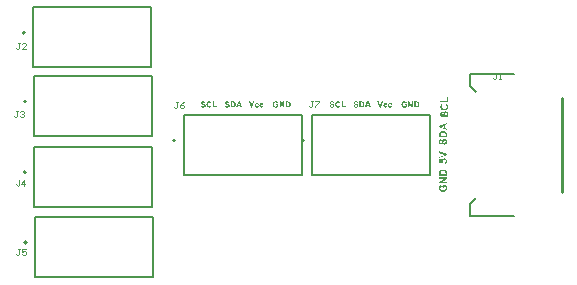
<source format=gbr>
G04*
G04 #@! TF.GenerationSoftware,Altium Limited,Altium Designer,23.0.1 (38)*
G04*
G04 Layer_Color=65535*
%FSLAX25Y25*%
%MOIN*%
G70*
G04*
G04 #@! TF.SameCoordinates,383C52D0-4EDD-4C0E-AA1A-A67FCF8BFF30*
G04*
G04*
G04 #@! TF.FilePolarity,Positive*
G04*
G01*
G75*
%ADD10C,0.00787*%
%ADD11C,0.00500*%
%ADD12C,0.00984*%
%ADD13C,0.00394*%
G36*
X405492Y157306D02*
X405521D01*
X405557Y157302D01*
X405597Y157298D01*
X405681Y157291D01*
X405768Y157277D01*
X405859Y157255D01*
X405947Y157229D01*
X405950D01*
X405958Y157226D01*
X405972Y157218D01*
X405994Y157211D01*
X406016Y157204D01*
X406041Y157189D01*
X406107Y157160D01*
X406176Y157124D01*
X406252Y157076D01*
X406325Y157022D01*
X406394Y156960D01*
X406402Y156953D01*
X406416Y156934D01*
X406438Y156905D01*
X406467Y156865D01*
X406500Y156814D01*
X406533Y156756D01*
X406566Y156683D01*
X406595Y156603D01*
Y156599D01*
X406598Y156596D01*
Y156585D01*
X406602Y156574D01*
X406609Y156534D01*
X406620Y156483D01*
X406631Y156421D01*
X406638Y156345D01*
X406642Y156254D01*
X406646Y156155D01*
Y155202D01*
X404127D01*
Y156206D01*
X404130Y156236D01*
X404134Y156305D01*
X404138Y156381D01*
X404148Y156461D01*
X404159Y156538D01*
X404178Y156607D01*
Y156610D01*
X404181Y156618D01*
X404185Y156629D01*
X404189Y156643D01*
X404207Y156687D01*
X404232Y156738D01*
X404265Y156796D01*
X404305Y156862D01*
X404352Y156923D01*
X404411Y156985D01*
Y156989D01*
X404418Y156993D01*
X404440Y157011D01*
X404476Y157040D01*
X404524Y157073D01*
X404582Y157113D01*
X404651Y157153D01*
X404731Y157193D01*
X404818Y157226D01*
X404822D01*
X404829Y157229D01*
X404844Y157233D01*
X404862Y157240D01*
X404884Y157244D01*
X404913Y157251D01*
X404946Y157258D01*
X404982Y157269D01*
X405022Y157277D01*
X405069Y157284D01*
X405117Y157291D01*
X405171Y157295D01*
X405284Y157306D01*
X405412Y157309D01*
X405415D01*
X405426D01*
X405441D01*
X405463D01*
X405492Y157306D01*
D02*
G37*
G36*
X406646Y154153D02*
X404986Y153131D01*
X406646D01*
Y152661D01*
X404127D01*
Y153152D01*
X405823Y154193D01*
X404127D01*
Y154663D01*
X406646D01*
Y154153D01*
D02*
G37*
G36*
X406314Y152181D02*
X406322Y152170D01*
X406332Y152159D01*
X406347Y152140D01*
X406362Y152122D01*
X406398Y152071D01*
X406438Y152002D01*
X406485Y151922D01*
X406533Y151831D01*
X406576Y151722D01*
Y151718D01*
X406580Y151707D01*
X406587Y151693D01*
X406595Y151671D01*
X406602Y151642D01*
X406613Y151609D01*
X406624Y151573D01*
X406635Y151533D01*
X406657Y151442D01*
X406675Y151336D01*
X406689Y151227D01*
X406693Y151110D01*
Y151070D01*
X406689Y151045D01*
Y151008D01*
X406686Y150969D01*
X406678Y150925D01*
X406671Y150874D01*
X406653Y150768D01*
X406624Y150652D01*
X406584Y150532D01*
X406558Y150477D01*
X406529Y150419D01*
X406526Y150415D01*
X406522Y150408D01*
X406511Y150390D01*
X406496Y150372D01*
X406482Y150346D01*
X406460Y150320D01*
X406434Y150288D01*
X406405Y150255D01*
X406340Y150182D01*
X406256Y150109D01*
X406161Y150040D01*
X406052Y149978D01*
X406049D01*
X406038Y149971D01*
X406019Y149964D01*
X405998Y149957D01*
X405969Y149946D01*
X405936Y149931D01*
X405896Y149920D01*
X405852Y149906D01*
X405805Y149891D01*
X405750Y149880D01*
X405637Y149855D01*
X405513Y149840D01*
X405379Y149833D01*
X405375D01*
X405361D01*
X405339D01*
X405313Y149836D01*
X405277D01*
X405237Y149840D01*
X405193Y149847D01*
X405142Y149855D01*
X405037Y149873D01*
X404917Y149902D01*
X404797Y149942D01*
X404738Y149968D01*
X404680Y149997D01*
X404676Y150000D01*
X404665Y150004D01*
X404651Y150015D01*
X404629Y150026D01*
X404603Y150044D01*
X404574Y150066D01*
X404542Y150091D01*
X404505Y150117D01*
X404469Y150150D01*
X404429Y150186D01*
X404389Y150226D01*
X404349Y150270D01*
X404312Y150317D01*
X404272Y150364D01*
X404207Y150477D01*
Y150481D01*
X404200Y150488D01*
X404196Y150503D01*
X404185Y150521D01*
X404178Y150546D01*
X404167Y150572D01*
X404156Y150608D01*
X404141Y150645D01*
X404130Y150684D01*
X404119Y150732D01*
X404108Y150783D01*
X404098Y150834D01*
X404083Y150950D01*
X404079Y151081D01*
Y151125D01*
X404083Y151158D01*
X404087Y151198D01*
X404090Y151245D01*
X404094Y151296D01*
X404105Y151351D01*
X404127Y151467D01*
X404163Y151587D01*
X404185Y151649D01*
X404210Y151707D01*
X404240Y151762D01*
X404276Y151813D01*
X404280Y151817D01*
X404283Y151824D01*
X404298Y151838D01*
X404312Y151857D01*
X404330Y151878D01*
X404356Y151900D01*
X404385Y151926D01*
X404418Y151955D01*
X404454Y151984D01*
X404494Y152013D01*
X404538Y152042D01*
X404589Y152068D01*
X404640Y152097D01*
X404695Y152119D01*
X404756Y152140D01*
X404818Y152155D01*
X404913Y151649D01*
X404909D01*
X404906Y151646D01*
X404884Y151638D01*
X404851Y151624D01*
X404807Y151602D01*
X404760Y151576D01*
X404713Y151540D01*
X404665Y151496D01*
X404622Y151445D01*
X404618Y151438D01*
X404603Y151420D01*
X404585Y151387D01*
X404567Y151347D01*
X404545Y151292D01*
X404531Y151231D01*
X404516Y151161D01*
X404513Y151081D01*
Y151049D01*
X404516Y151027D01*
X404520Y150998D01*
X404524Y150965D01*
X404531Y150928D01*
X404538Y150888D01*
X404564Y150805D01*
X404582Y150761D01*
X404603Y150717D01*
X404629Y150674D01*
X404655Y150630D01*
X404691Y150590D01*
X404727Y150550D01*
X404731Y150546D01*
X404738Y150543D01*
X404749Y150532D01*
X404767Y150521D01*
X404789Y150506D01*
X404815Y150488D01*
X404847Y150470D01*
X404884Y150455D01*
X404927Y150437D01*
X404975Y150419D01*
X405026Y150401D01*
X405080Y150386D01*
X405142Y150375D01*
X405211Y150364D01*
X405281Y150361D01*
X405357Y150357D01*
X405361D01*
X405375D01*
X405401D01*
X405430Y150361D01*
X405470Y150364D01*
X405510Y150368D01*
X405561Y150375D01*
X405612Y150382D01*
X405721Y150404D01*
X405834Y150441D01*
X405889Y150462D01*
X405939Y150488D01*
X405990Y150521D01*
X406034Y150554D01*
X406038Y150557D01*
X406045Y150564D01*
X406056Y150575D01*
X406070Y150590D01*
X406085Y150612D01*
X406107Y150634D01*
X406125Y150663D01*
X406147Y150696D01*
X406169Y150732D01*
X406187Y150768D01*
X406223Y150859D01*
X406238Y150910D01*
X406249Y150961D01*
X406256Y151019D01*
X406260Y151078D01*
Y151107D01*
X406256Y151136D01*
X406252Y151180D01*
X406245Y151227D01*
X406234Y151281D01*
X406220Y151340D01*
X406198Y151398D01*
Y151402D01*
X406194Y151405D01*
X406187Y151424D01*
X406172Y151456D01*
X406154Y151493D01*
X406132Y151536D01*
X406107Y151584D01*
X406078Y151631D01*
X406045Y151675D01*
X405721D01*
Y151092D01*
X405295D01*
Y152188D01*
X406307D01*
X406314Y152181D01*
D02*
G37*
G36*
X406646Y162536D02*
Y161986D01*
X404127Y161083D01*
Y161633D01*
X405990Y162274D01*
X404127Y162889D01*
Y163431D01*
X406646Y162536D01*
D02*
G37*
G36*
X405852Y160974D02*
X405881D01*
X405914Y160967D01*
X405950Y160963D01*
X405987Y160956D01*
X406074Y160934D01*
X406169Y160901D01*
X406220Y160880D01*
X406267Y160858D01*
X406314Y160829D01*
X406362Y160796D01*
X406365Y160792D01*
X406376Y160785D01*
X406391Y160770D01*
X406413Y160752D01*
X406438Y160727D01*
X406467Y160694D01*
X406496Y160658D01*
X406526Y160617D01*
X406558Y160570D01*
X406587Y160519D01*
X406616Y160465D01*
X406642Y160403D01*
X406664Y160337D01*
X406678Y160268D01*
X406689Y160192D01*
X406693Y160111D01*
Y160079D01*
X406689Y160053D01*
X406686Y160024D01*
X406682Y159988D01*
X406678Y159951D01*
X406671Y159908D01*
X406649Y159820D01*
X406613Y159722D01*
X406595Y159675D01*
X406569Y159627D01*
X406540Y159584D01*
X406507Y159540D01*
X406504Y159536D01*
X406500Y159529D01*
X406489Y159518D01*
X406474Y159504D01*
X406453Y159489D01*
X406431Y159467D01*
X406405Y159449D01*
X406376Y159427D01*
X406340Y159402D01*
X406303Y159380D01*
X406216Y159340D01*
X406118Y159303D01*
X406063Y159292D01*
X406005Y159282D01*
X405954Y159762D01*
X405961D01*
X405979Y159766D01*
X406012Y159773D01*
X406049Y159784D01*
X406089Y159799D01*
X406132Y159820D01*
X406172Y159849D01*
X406212Y159882D01*
X406216Y159886D01*
X406227Y159900D01*
X406242Y159922D01*
X406260Y159951D01*
X406278Y159984D01*
X406292Y160024D01*
X406303Y160072D01*
X406307Y160119D01*
Y160126D01*
X406303Y160144D01*
X406300Y160173D01*
X406292Y160210D01*
X406278Y160250D01*
X406256Y160293D01*
X406223Y160337D01*
X406183Y160377D01*
X406176Y160381D01*
X406161Y160395D01*
X406132Y160410D01*
X406089Y160432D01*
X406038Y160450D01*
X405976Y160468D01*
X405899Y160479D01*
X405812Y160483D01*
X405808D01*
X405801D01*
X405790D01*
X405772D01*
X405732Y160479D01*
X405681Y160468D01*
X405623Y160457D01*
X405564Y160439D01*
X405510Y160414D01*
X405463Y160377D01*
X405459Y160374D01*
X405444Y160359D01*
X405426Y160334D01*
X405401Y160304D01*
X405379Y160264D01*
X405361Y160217D01*
X405346Y160162D01*
X405342Y160104D01*
Y160082D01*
X405346Y160068D01*
X405353Y160031D01*
X405364Y159980D01*
X405386Y159922D01*
X405419Y159860D01*
X405441Y159828D01*
X405466Y159795D01*
X405495Y159762D01*
X405528Y159729D01*
X405474Y159340D01*
X404159Y159587D01*
Y160865D01*
X404611D01*
Y159951D01*
X405040Y159875D01*
Y159879D01*
X405037Y159882D01*
X405026Y159904D01*
X405015Y159937D01*
X404997Y159977D01*
X404982Y160028D01*
X404971Y160082D01*
X404960Y160144D01*
X404957Y160206D01*
Y160239D01*
X404960Y160261D01*
X404964Y160286D01*
X404967Y160319D01*
X404975Y160355D01*
X404986Y160395D01*
X405015Y160479D01*
X405033Y160527D01*
X405055Y160570D01*
X405084Y160617D01*
X405117Y160665D01*
X405153Y160708D01*
X405193Y160752D01*
X405197Y160756D01*
X405204Y160763D01*
X405219Y160774D01*
X405237Y160789D01*
X405259Y160803D01*
X405288Y160825D01*
X405321Y160843D01*
X405357Y160865D01*
X405397Y160887D01*
X405444Y160905D01*
X405495Y160927D01*
X405546Y160941D01*
X405605Y160956D01*
X405666Y160967D01*
X405732Y160974D01*
X405801Y160978D01*
X405805D01*
X405816D01*
X405830D01*
X405852Y160974D01*
D02*
G37*
G36*
X406646Y172322D02*
X406074Y172104D01*
Y171092D01*
X406646Y170884D01*
Y170346D01*
X404127Y171321D01*
Y171860D01*
X406646Y172872D01*
Y172322D01*
D02*
G37*
G36*
X405492Y170167D02*
X405521D01*
X405557Y170164D01*
X405597Y170160D01*
X405681Y170153D01*
X405768Y170138D01*
X405859Y170116D01*
X405947Y170091D01*
X405950D01*
X405958Y170087D01*
X405972Y170080D01*
X405994Y170073D01*
X406016Y170065D01*
X406041Y170051D01*
X406107Y170022D01*
X406176Y169985D01*
X406252Y169938D01*
X406325Y169883D01*
X406394Y169821D01*
X406402Y169814D01*
X406416Y169796D01*
X406438Y169767D01*
X406467Y169727D01*
X406500Y169676D01*
X406533Y169618D01*
X406566Y169545D01*
X406595Y169465D01*
Y169461D01*
X406598Y169457D01*
Y169447D01*
X406602Y169436D01*
X406609Y169395D01*
X406620Y169345D01*
X406631Y169283D01*
X406638Y169206D01*
X406642Y169115D01*
X406646Y169017D01*
Y168063D01*
X404127D01*
Y169068D01*
X404130Y169097D01*
X404134Y169166D01*
X404138Y169243D01*
X404148Y169323D01*
X404159Y169399D01*
X404178Y169468D01*
Y169472D01*
X404181Y169479D01*
X404185Y169490D01*
X404189Y169505D01*
X404207Y169548D01*
X404232Y169599D01*
X404265Y169658D01*
X404305Y169723D01*
X404352Y169785D01*
X404411Y169847D01*
Y169851D01*
X404418Y169854D01*
X404440Y169872D01*
X404476Y169902D01*
X404524Y169934D01*
X404582Y169974D01*
X404651Y170014D01*
X404731Y170054D01*
X404818Y170087D01*
X404822D01*
X404829Y170091D01*
X404844Y170094D01*
X404862Y170102D01*
X404884Y170105D01*
X404913Y170113D01*
X404946Y170120D01*
X404982Y170131D01*
X405022Y170138D01*
X405069Y170145D01*
X405117Y170153D01*
X405171Y170156D01*
X405284Y170167D01*
X405412Y170171D01*
X405415D01*
X405426D01*
X405441D01*
X405463D01*
X405492Y170167D01*
D02*
G37*
G36*
X405969Y167627D02*
X405994Y167623D01*
X406045Y167616D01*
X406110Y167601D01*
X406180Y167579D01*
X406249Y167546D01*
X406322Y167506D01*
X406325D01*
X406329Y167499D01*
X406351Y167484D01*
X406387Y167455D01*
X406427Y167419D01*
X406474Y167372D01*
X406518Y167310D01*
X406562Y167244D01*
X406602Y167164D01*
Y167160D01*
X406605Y167153D01*
X406609Y167142D01*
X406616Y167124D01*
X406624Y167102D01*
X406631Y167077D01*
X406638Y167048D01*
X406646Y167015D01*
X406657Y166975D01*
X406664Y166935D01*
X406678Y166840D01*
X406689Y166735D01*
X406693Y166618D01*
Y166571D01*
X406689Y166538D01*
X406686Y166498D01*
X406682Y166454D01*
X406675Y166403D01*
X406664Y166349D01*
X406638Y166229D01*
X406620Y166167D01*
X406602Y166109D01*
X406576Y166047D01*
X406547Y165989D01*
X406515Y165934D01*
X406474Y165883D01*
X406471Y165879D01*
X406464Y165872D01*
X406453Y165857D01*
X406434Y165843D01*
X406409Y165821D01*
X406380Y165799D01*
X406347Y165774D01*
X406311Y165748D01*
X406267Y165723D01*
X406220Y165697D01*
X406165Y165672D01*
X406107Y165646D01*
X406045Y165628D01*
X405976Y165606D01*
X405903Y165592D01*
X405827Y165581D01*
X405779Y166076D01*
X405783D01*
X405790Y166079D01*
X405805D01*
X405819Y166083D01*
X405863Y166098D01*
X405918Y166116D01*
X405979Y166138D01*
X406041Y166171D01*
X406096Y166207D01*
X406147Y166254D01*
X406150Y166261D01*
X406165Y166280D01*
X406183Y166309D01*
X406205Y166352D01*
X406227Y166407D01*
X406245Y166469D01*
X406260Y166542D01*
X406263Y166625D01*
Y166665D01*
X406256Y166709D01*
X406249Y166764D01*
X406238Y166822D01*
X406220Y166884D01*
X406194Y166942D01*
X406161Y166993D01*
X406158Y167000D01*
X406143Y167015D01*
X406121Y167033D01*
X406092Y167059D01*
X406056Y167080D01*
X406012Y167102D01*
X405969Y167117D01*
X405918Y167121D01*
X405914D01*
X405903D01*
X405885Y167117D01*
X405863Y167113D01*
X405841Y167106D01*
X405816Y167099D01*
X405790Y167084D01*
X405765Y167066D01*
X405761Y167062D01*
X405754Y167055D01*
X405743Y167044D01*
X405728Y167026D01*
X405710Y167000D01*
X405692Y166968D01*
X405674Y166931D01*
X405655Y166884D01*
Y166880D01*
X405648Y166866D01*
X405641Y166840D01*
X405634Y166822D01*
X405630Y166800D01*
X405623Y166775D01*
X405612Y166746D01*
X405605Y166713D01*
X405594Y166676D01*
X405583Y166633D01*
X405572Y166585D01*
X405557Y166534D01*
X405543Y166476D01*
Y166473D01*
X405539Y166458D01*
X405532Y166436D01*
X405524Y166411D01*
X405513Y166378D01*
X405503Y166338D01*
X405488Y166298D01*
X405474Y166251D01*
X405437Y166156D01*
X405393Y166065D01*
X405372Y166018D01*
X405346Y165978D01*
X405321Y165937D01*
X405295Y165905D01*
X405292Y165901D01*
X405284Y165894D01*
X405273Y165883D01*
X405259Y165868D01*
X405237Y165850D01*
X405211Y165832D01*
X405186Y165810D01*
X405153Y165792D01*
X405077Y165748D01*
X404989Y165712D01*
X404942Y165697D01*
X404895Y165686D01*
X404840Y165679D01*
X404785Y165675D01*
X404782D01*
X404778D01*
X404767D01*
X404753D01*
X404716Y165683D01*
X404669Y165690D01*
X404614Y165701D01*
X404553Y165719D01*
X404487Y165745D01*
X404425Y165781D01*
X404422D01*
X404418Y165785D01*
X404396Y165803D01*
X404367Y165825D01*
X404330Y165861D01*
X404290Y165905D01*
X404247Y165959D01*
X404207Y166021D01*
X404170Y166094D01*
Y166098D01*
X404167Y166105D01*
X404163Y166116D01*
X404156Y166130D01*
X404148Y166152D01*
X404141Y166174D01*
X404134Y166203D01*
X404123Y166236D01*
X404108Y166309D01*
X404094Y166393D01*
X404083Y166487D01*
X404079Y166593D01*
Y166636D01*
X404083Y166669D01*
X404087Y166709D01*
X404090Y166756D01*
X404098Y166804D01*
X404105Y166858D01*
X404130Y166975D01*
X404148Y167033D01*
X404167Y167091D01*
X404192Y167150D01*
X404221Y167204D01*
X404254Y167255D01*
X404290Y167303D01*
X404294Y167306D01*
X404301Y167313D01*
X404312Y167324D01*
X404327Y167339D01*
X404349Y167357D01*
X404374Y167379D01*
X404403Y167401D01*
X404436Y167426D01*
X404476Y167448D01*
X404516Y167470D01*
X404564Y167492D01*
X404614Y167510D01*
X404665Y167528D01*
X404724Y167543D01*
X404782Y167554D01*
X404847Y167557D01*
X404866Y167048D01*
X404862D01*
X404858D01*
X404833Y167040D01*
X404800Y167033D01*
X404760Y167019D01*
X404713Y167000D01*
X404669Y166975D01*
X404625Y166942D01*
X404589Y166906D01*
X404585Y166902D01*
X404574Y166888D01*
X404560Y166862D01*
X404545Y166826D01*
X404531Y166782D01*
X404516Y166727D01*
X404505Y166662D01*
X404502Y166585D01*
Y166549D01*
X404505Y166509D01*
X404513Y166462D01*
X404524Y166407D01*
X404542Y166349D01*
X404564Y166294D01*
X404596Y166243D01*
X404600Y166240D01*
X404607Y166232D01*
X404618Y166218D01*
X404636Y166203D01*
X404658Y166189D01*
X404687Y166174D01*
X404716Y166167D01*
X404753Y166163D01*
X404756D01*
X404767D01*
X404785Y166167D01*
X404804Y166174D01*
X404829Y166181D01*
X404855Y166192D01*
X404880Y166210D01*
X404906Y166236D01*
X404909Y166240D01*
X404920Y166258D01*
X404927Y166269D01*
X404935Y166287D01*
X404946Y166305D01*
X404957Y166331D01*
X404967Y166360D01*
X404982Y166393D01*
X404997Y166432D01*
X405011Y166473D01*
X405026Y166524D01*
X405040Y166578D01*
X405055Y166636D01*
X405073Y166702D01*
Y166706D01*
X405077Y166720D01*
X405080Y166738D01*
X405088Y166764D01*
X405095Y166793D01*
X405106Y166829D01*
X405117Y166869D01*
X405128Y166909D01*
X405157Y166997D01*
X405186Y167088D01*
X405219Y167175D01*
X405237Y167211D01*
X405255Y167248D01*
Y167252D01*
X405259Y167255D01*
X405273Y167277D01*
X405295Y167310D01*
X405324Y167350D01*
X405361Y167394D01*
X405404Y167441D01*
X405455Y167488D01*
X405513Y167528D01*
X405521Y167532D01*
X405543Y167543D01*
X405575Y167561D01*
X405623Y167579D01*
X405681Y167597D01*
X405750Y167616D01*
X405827Y167627D01*
X405914Y167630D01*
X405918D01*
X405925D01*
X405936D01*
X405950D01*
X405969Y167627D01*
D02*
G37*
G36*
X407039Y179670D02*
X404539D01*
Y180180D01*
X406613D01*
Y181446D01*
X407039D01*
Y179670D01*
D02*
G37*
G36*
X406286Y179215D02*
X406308Y179208D01*
X406337Y179197D01*
X406369Y179182D01*
X406410Y179168D01*
X406453Y179149D01*
X406501Y179128D01*
X406599Y179077D01*
X406701Y179011D01*
X406799Y178931D01*
X406843Y178887D01*
X406883Y178840D01*
X406886Y178837D01*
X406890Y178829D01*
X406901Y178815D01*
X406916Y178793D01*
X406930Y178767D01*
X406945Y178735D01*
X406963Y178698D01*
X406981Y178658D01*
X407003Y178611D01*
X407021Y178560D01*
X407036Y178505D01*
X407050Y178447D01*
X407065Y178385D01*
X407076Y178316D01*
X407079Y178247D01*
X407083Y178170D01*
Y178148D01*
X407079Y178123D01*
X407076Y178087D01*
X407072Y178047D01*
X407065Y177996D01*
X407054Y177941D01*
X407039Y177879D01*
X407021Y177817D01*
X406999Y177752D01*
X406970Y177683D01*
X406937Y177613D01*
X406901Y177544D01*
X406854Y177475D01*
X406803Y177410D01*
X406741Y177348D01*
X406737Y177344D01*
X406726Y177333D01*
X406704Y177319D01*
X406679Y177297D01*
X406642Y177275D01*
X406602Y177246D01*
X406552Y177217D01*
X406493Y177188D01*
X406431Y177158D01*
X406362Y177129D01*
X406282Y177100D01*
X406198Y177078D01*
X406111Y177057D01*
X406013Y177042D01*
X405911Y177031D01*
X405802Y177027D01*
X405798D01*
X405794D01*
X405773D01*
X405740Y177031D01*
X405696D01*
X405645Y177038D01*
X405583Y177046D01*
X405518Y177053D01*
X405441Y177067D01*
X405365Y177086D01*
X405285Y177108D01*
X405205Y177133D01*
X405121Y177166D01*
X405041Y177202D01*
X404964Y177246D01*
X404892Y177293D01*
X404822Y177351D01*
X404819Y177355D01*
X404808Y177366D01*
X404790Y177384D01*
X404768Y177410D01*
X404742Y177442D01*
X404713Y177482D01*
X404681Y177526D01*
X404648Y177581D01*
X404615Y177639D01*
X404582Y177701D01*
X404553Y177774D01*
X404528Y177846D01*
X404506Y177930D01*
X404488Y178014D01*
X404477Y178109D01*
X404473Y178203D01*
Y178247D01*
X404477Y178279D01*
X404480Y178320D01*
X404488Y178363D01*
X404495Y178414D01*
X404506Y178469D01*
X404520Y178527D01*
X404539Y178589D01*
X404560Y178651D01*
X404590Y178716D01*
X404619Y178778D01*
X404655Y178837D01*
X404699Y178898D01*
X404746Y178953D01*
Y178957D01*
X404753Y178960D01*
X404764Y178971D01*
X404775Y178982D01*
X404793Y178997D01*
X404815Y179011D01*
X404866Y179051D01*
X404932Y179091D01*
X405012Y179135D01*
X405103Y179175D01*
X405208Y179211D01*
X405329Y178709D01*
X405325D01*
X405321Y178705D01*
X405310D01*
X405296Y178698D01*
X405263Y178687D01*
X405219Y178669D01*
X405168Y178644D01*
X405117Y178611D01*
X405066Y178567D01*
X405023Y178520D01*
X405019Y178513D01*
X405005Y178494D01*
X404986Y178465D01*
X404964Y178425D01*
X404943Y178374D01*
X404924Y178316D01*
X404910Y178250D01*
X404906Y178178D01*
Y178152D01*
X404910Y178130D01*
X404914Y178109D01*
X404917Y178079D01*
X404932Y178017D01*
X404957Y177945D01*
X404994Y177868D01*
X405015Y177828D01*
X405041Y177792D01*
X405074Y177755D01*
X405110Y177723D01*
X405114D01*
X405121Y177715D01*
X405132Y177708D01*
X405150Y177697D01*
X405172Y177683D01*
X405197Y177668D01*
X405230Y177654D01*
X405267Y177639D01*
X405310Y177621D01*
X405358Y177606D01*
X405412Y177592D01*
X405470Y177577D01*
X405536Y177566D01*
X405605Y177559D01*
X405682Y177555D01*
X405765Y177551D01*
X405769D01*
X405787D01*
X405813D01*
X405842Y177555D01*
X405882D01*
X405929Y177562D01*
X405976Y177566D01*
X406031Y177573D01*
X406144Y177595D01*
X406257Y177624D01*
X406311Y177643D01*
X406362Y177668D01*
X406410Y177693D01*
X406450Y177723D01*
X406453Y177726D01*
X406457Y177730D01*
X406468Y177741D01*
X406482Y177755D01*
X406511Y177792D01*
X406548Y177843D01*
X406588Y177905D01*
X406617Y177981D01*
X406642Y178068D01*
X406646Y178116D01*
X406650Y178167D01*
Y178185D01*
X406646Y178200D01*
X406642Y178240D01*
X406635Y178287D01*
X406617Y178338D01*
X406595Y178396D01*
X406566Y178454D01*
X406522Y178513D01*
X406515Y178520D01*
X406497Y178538D01*
X406468Y178563D01*
X406424Y178593D01*
X406366Y178629D01*
X406297Y178662D01*
X406213Y178694D01*
X406115Y178724D01*
X406268Y179219D01*
X406271D01*
X406286Y179215D01*
D02*
G37*
G36*
X406362Y176682D02*
X406388Y176678D01*
X406439Y176671D01*
X406504Y176656D01*
X406573Y176634D01*
X406642Y176602D01*
X406715Y176561D01*
X406719D01*
X406723Y176554D01*
X406744Y176540D01*
X406781Y176511D01*
X406821Y176474D01*
X406868Y176427D01*
X406912Y176365D01*
X406956Y176299D01*
X406996Y176219D01*
Y176216D01*
X406999Y176208D01*
X407003Y176198D01*
X407010Y176179D01*
X407017Y176157D01*
X407025Y176132D01*
X407032Y176103D01*
X407039Y176070D01*
X407050Y176030D01*
X407058Y175990D01*
X407072Y175895D01*
X407083Y175790D01*
X407087Y175673D01*
Y175626D01*
X407083Y175593D01*
X407079Y175553D01*
X407076Y175510D01*
X407068Y175459D01*
X407058Y175404D01*
X407032Y175284D01*
X407014Y175222D01*
X406996Y175164D01*
X406970Y175102D01*
X406941Y175044D01*
X406908Y174989D01*
X406868Y174938D01*
X406865Y174934D01*
X406857Y174927D01*
X406846Y174913D01*
X406828Y174898D01*
X406803Y174876D01*
X406774Y174854D01*
X406741Y174829D01*
X406704Y174803D01*
X406661Y174778D01*
X406613Y174752D01*
X406559Y174727D01*
X406501Y174701D01*
X406439Y174683D01*
X406369Y174661D01*
X406297Y174647D01*
X406220Y174636D01*
X406173Y175131D01*
X406177D01*
X406184Y175135D01*
X406198D01*
X406213Y175138D01*
X406257Y175153D01*
X406311Y175171D01*
X406373Y175193D01*
X406435Y175226D01*
X406490Y175262D01*
X406541Y175309D01*
X406544Y175317D01*
X406559Y175335D01*
X406577Y175364D01*
X406599Y175408D01*
X406621Y175462D01*
X406639Y175524D01*
X406653Y175597D01*
X406657Y175681D01*
Y175721D01*
X406650Y175764D01*
X406642Y175819D01*
X406632Y175877D01*
X406613Y175939D01*
X406588Y175997D01*
X406555Y176048D01*
X406552Y176056D01*
X406537Y176070D01*
X406515Y176088D01*
X406486Y176114D01*
X406450Y176136D01*
X406406Y176157D01*
X406362Y176172D01*
X406311Y176176D01*
X406308D01*
X406297D01*
X406279Y176172D01*
X406257Y176168D01*
X406235Y176161D01*
X406209Y176154D01*
X406184Y176139D01*
X406158Y176121D01*
X406155Y176117D01*
X406147Y176110D01*
X406137Y176099D01*
X406122Y176081D01*
X406104Y176056D01*
X406086Y176023D01*
X406067Y175986D01*
X406049Y175939D01*
Y175935D01*
X406042Y175921D01*
X406035Y175895D01*
X406027Y175877D01*
X406024Y175855D01*
X406016Y175830D01*
X406005Y175801D01*
X405998Y175768D01*
X405987Y175732D01*
X405976Y175688D01*
X405966Y175641D01*
X405951Y175590D01*
X405936Y175531D01*
Y175528D01*
X405933Y175513D01*
X405925Y175491D01*
X405918Y175466D01*
X405907Y175433D01*
X405896Y175393D01*
X405882Y175353D01*
X405867Y175306D01*
X405831Y175211D01*
X405787Y175120D01*
X405765Y175073D01*
X405740Y175033D01*
X405714Y174993D01*
X405689Y174960D01*
X405685Y174956D01*
X405678Y174949D01*
X405667Y174938D01*
X405652Y174924D01*
X405631Y174905D01*
X405605Y174887D01*
X405580Y174865D01*
X405547Y174847D01*
X405470Y174803D01*
X405383Y174767D01*
X405336Y174752D01*
X405288Y174741D01*
X405234Y174734D01*
X405179Y174731D01*
X405176D01*
X405172D01*
X405161D01*
X405147D01*
X405110Y174738D01*
X405063Y174745D01*
X405008Y174756D01*
X404946Y174774D01*
X404881Y174800D01*
X404819Y174836D01*
X404815D01*
X404812Y174840D01*
X404790Y174858D01*
X404761Y174880D01*
X404724Y174916D01*
X404684Y174960D01*
X404640Y175014D01*
X404600Y175076D01*
X404564Y175149D01*
Y175153D01*
X404560Y175160D01*
X404557Y175171D01*
X404550Y175186D01*
X404542Y175207D01*
X404535Y175229D01*
X404528Y175258D01*
X404517Y175291D01*
X404502Y175364D01*
X404488Y175448D01*
X404477Y175542D01*
X404473Y175648D01*
Y175691D01*
X404477Y175724D01*
X404480Y175764D01*
X404484Y175812D01*
X404491Y175859D01*
X404499Y175914D01*
X404524Y176030D01*
X404542Y176088D01*
X404560Y176146D01*
X404586Y176205D01*
X404615Y176259D01*
X404648Y176310D01*
X404684Y176358D01*
X404688Y176361D01*
X404695Y176369D01*
X404706Y176380D01*
X404721Y176394D01*
X404742Y176412D01*
X404768Y176434D01*
X404797Y176456D01*
X404830Y176481D01*
X404870Y176503D01*
X404910Y176525D01*
X404957Y176547D01*
X405008Y176565D01*
X405059Y176583D01*
X405117Y176598D01*
X405176Y176609D01*
X405241Y176612D01*
X405259Y176103D01*
X405256D01*
X405252D01*
X405227Y176096D01*
X405194Y176088D01*
X405154Y176074D01*
X405106Y176056D01*
X405063Y176030D01*
X405019Y175997D01*
X404983Y175961D01*
X404979Y175957D01*
X404968Y175943D01*
X404954Y175917D01*
X404939Y175881D01*
X404924Y175837D01*
X404910Y175783D01*
X404899Y175717D01*
X404895Y175641D01*
Y175604D01*
X404899Y175564D01*
X404906Y175517D01*
X404917Y175462D01*
X404935Y175404D01*
X404957Y175349D01*
X404990Y175298D01*
X404994Y175295D01*
X405001Y175287D01*
X405012Y175273D01*
X405030Y175258D01*
X405052Y175244D01*
X405081Y175229D01*
X405110Y175222D01*
X405147Y175218D01*
X405150D01*
X405161D01*
X405179Y175222D01*
X405197Y175229D01*
X405223Y175236D01*
X405248Y175247D01*
X405274Y175266D01*
X405299Y175291D01*
X405303Y175295D01*
X405314Y175313D01*
X405321Y175324D01*
X405329Y175342D01*
X405339Y175360D01*
X405350Y175386D01*
X405361Y175415D01*
X405376Y175448D01*
X405390Y175488D01*
X405405Y175528D01*
X405419Y175579D01*
X405434Y175633D01*
X405449Y175691D01*
X405467Y175757D01*
Y175761D01*
X405470Y175775D01*
X405474Y175793D01*
X405481Y175819D01*
X405489Y175848D01*
X405500Y175884D01*
X405511Y175925D01*
X405521Y175964D01*
X405550Y176052D01*
X405580Y176143D01*
X405612Y176230D01*
X405631Y176267D01*
X405649Y176303D01*
Y176307D01*
X405652Y176310D01*
X405667Y176332D01*
X405689Y176365D01*
X405718Y176405D01*
X405754Y176449D01*
X405798Y176496D01*
X405849Y176543D01*
X405907Y176583D01*
X405914Y176587D01*
X405936Y176598D01*
X405969Y176616D01*
X406016Y176634D01*
X406075Y176653D01*
X406144Y176671D01*
X406220Y176682D01*
X406308Y176685D01*
X406311D01*
X406319D01*
X406329D01*
X406344D01*
X406362Y176682D01*
D02*
G37*
G36*
X392599Y180024D02*
X392631Y180021D01*
X392668Y180018D01*
X392709Y180015D01*
X392753Y180006D01*
X392846Y179989D01*
X392942Y179959D01*
X392991Y179942D01*
X393038Y179922D01*
X393082Y179898D01*
X393122Y179869D01*
X393125Y179866D01*
X393131Y179863D01*
X393143Y179852D01*
X393157Y179840D01*
X393175Y179826D01*
X393192Y179805D01*
X393213Y179782D01*
X393236Y179756D01*
X393259Y179727D01*
X393283Y179695D01*
X393306Y179660D01*
X393326Y179619D01*
X393349Y179578D01*
X393367Y179535D01*
X393384Y179485D01*
X393396Y179436D01*
X392991Y179360D01*
Y179363D01*
X392988Y179366D01*
X392983Y179383D01*
X392971Y179410D01*
X392954Y179444D01*
X392933Y179482D01*
X392904Y179520D01*
X392869Y179558D01*
X392828Y179593D01*
X392823Y179596D01*
X392808Y179607D01*
X392782Y179622D01*
X392750Y179636D01*
X392706Y179654D01*
X392657Y179666D01*
X392601Y179677D01*
X392537Y179680D01*
X392511D01*
X392494Y179677D01*
X392471Y179674D01*
X392444Y179671D01*
X392415Y179666D01*
X392383Y179660D01*
X392316Y179639D01*
X392281Y179625D01*
X392247Y179607D01*
X392212Y179587D01*
X392177Y179567D01*
X392145Y179537D01*
X392113Y179508D01*
X392110Y179506D01*
X392107Y179500D01*
X392098Y179491D01*
X392089Y179476D01*
X392078Y179459D01*
X392063Y179439D01*
X392049Y179412D01*
X392037Y179383D01*
X392022Y179348D01*
X392008Y179311D01*
X391993Y179270D01*
X391982Y179226D01*
X391973Y179177D01*
X391964Y179121D01*
X391961Y179066D01*
X391958Y179005D01*
Y179002D01*
Y178990D01*
Y178970D01*
X391961Y178947D01*
X391964Y178915D01*
X391967Y178883D01*
X391973Y178842D01*
X391979Y178801D01*
X391996Y178714D01*
X392025Y178624D01*
X392043Y178580D01*
X392063Y178539D01*
X392089Y178499D01*
X392115Y178464D01*
X392119Y178461D01*
X392124Y178455D01*
X392133Y178446D01*
X392145Y178435D01*
X392162Y178423D01*
X392180Y178405D01*
X392203Y178391D01*
X392229Y178374D01*
X392258Y178356D01*
X392287Y178341D01*
X392360Y178312D01*
X392401Y178301D01*
X392442Y178292D01*
X392488Y178286D01*
X392535Y178283D01*
X392558D01*
X392581Y178286D01*
X392616Y178289D01*
X392654Y178295D01*
X392698Y178304D01*
X392744Y178315D01*
X392791Y178333D01*
X392794D01*
X392796Y178336D01*
X392811Y178341D01*
X392837Y178353D01*
X392866Y178368D01*
X392901Y178385D01*
X392939Y178405D01*
X392977Y178429D01*
X393012Y178455D01*
Y178714D01*
X392546D01*
Y179054D01*
X393422D01*
Y178245D01*
X393416Y178240D01*
X393408Y178234D01*
X393399Y178225D01*
X393384Y178213D01*
X393370Y178202D01*
X393329Y178173D01*
X393274Y178141D01*
X393210Y178103D01*
X393137Y178065D01*
X393050Y178030D01*
X393047D01*
X393038Y178027D01*
X393026Y178021D01*
X393009Y178016D01*
X392986Y178010D01*
X392959Y178001D01*
X392930Y177992D01*
X392898Y177984D01*
X392826Y177966D01*
X392741Y177952D01*
X392654Y177940D01*
X392561Y177937D01*
X392529D01*
X392508Y177940D01*
X392479D01*
X392447Y177943D01*
X392412Y177949D01*
X392372Y177954D01*
X392287Y177969D01*
X392194Y177992D01*
X392098Y178024D01*
X392054Y178045D01*
X392008Y178068D01*
X392005Y178071D01*
X391999Y178074D01*
X391985Y178083D01*
X391970Y178094D01*
X391950Y178106D01*
X391929Y178123D01*
X391903Y178144D01*
X391877Y178167D01*
X391819Y178219D01*
X391760Y178286D01*
X391705Y178362D01*
X391656Y178449D01*
Y178452D01*
X391650Y178461D01*
X391644Y178475D01*
X391638Y178493D01*
X391630Y178516D01*
X391618Y178542D01*
X391609Y178574D01*
X391598Y178609D01*
X391586Y178647D01*
X391577Y178691D01*
X391557Y178781D01*
X391545Y178880D01*
X391539Y178988D01*
Y178990D01*
Y179002D01*
Y179019D01*
X391542Y179040D01*
Y179069D01*
X391545Y179101D01*
X391551Y179136D01*
X391557Y179177D01*
X391571Y179261D01*
X391595Y179357D01*
X391627Y179453D01*
X391647Y179500D01*
X391670Y179546D01*
X391673Y179549D01*
X391676Y179558D01*
X391685Y179569D01*
X391694Y179587D01*
X391708Y179607D01*
X391726Y179631D01*
X391746Y179657D01*
X391766Y179686D01*
X391792Y179715D01*
X391822Y179747D01*
X391854Y179779D01*
X391889Y179811D01*
X391926Y179840D01*
X391964Y179872D01*
X392054Y179924D01*
X392057D01*
X392063Y179930D01*
X392075Y179933D01*
X392089Y179942D01*
X392110Y179948D01*
X392130Y179956D01*
X392159Y179965D01*
X392188Y179977D01*
X392220Y179986D01*
X392258Y179994D01*
X392299Y180003D01*
X392340Y180012D01*
X392433Y180024D01*
X392537Y180026D01*
X392572D01*
X392599Y180024D01*
D02*
G37*
G36*
X395401Y177975D02*
X394993D01*
X394176Y179302D01*
Y177975D01*
X393800D01*
Y179989D01*
X394193D01*
X395026Y178632D01*
Y179989D01*
X395401D01*
Y177975D01*
D02*
G37*
G36*
X396658Y179986D02*
X396713Y179983D01*
X396775Y179980D01*
X396838Y179971D01*
X396900Y179962D01*
X396955Y179948D01*
X396958D01*
X396964Y179945D01*
X396972Y179942D01*
X396984Y179939D01*
X397019Y179924D01*
X397060Y179904D01*
X397106Y179878D01*
X397159Y179846D01*
X397208Y179808D01*
X397257Y179762D01*
X397260D01*
X397263Y179756D01*
X397278Y179738D01*
X397301Y179709D01*
X397327Y179671D01*
X397359Y179625D01*
X397391Y179569D01*
X397423Y179506D01*
X397450Y179436D01*
Y179433D01*
X397452Y179427D01*
X397455Y179415D01*
X397461Y179401D01*
X397464Y179383D01*
X397470Y179360D01*
X397476Y179334D01*
X397484Y179305D01*
X397490Y179273D01*
X397496Y179235D01*
X397502Y179197D01*
X397505Y179153D01*
X397514Y179063D01*
X397516Y178961D01*
Y178958D01*
Y178950D01*
Y178938D01*
Y178921D01*
X397514Y178897D01*
Y178874D01*
X397511Y178845D01*
X397508Y178813D01*
X397502Y178746D01*
X397490Y178676D01*
X397473Y178603D01*
X397452Y178533D01*
Y178531D01*
X397450Y178525D01*
X397444Y178513D01*
X397438Y178496D01*
X397432Y178478D01*
X397421Y178458D01*
X397397Y178405D01*
X397368Y178350D01*
X397330Y178289D01*
X397287Y178231D01*
X397237Y178176D01*
X397231Y178170D01*
X397217Y178158D01*
X397194Y178141D01*
X397162Y178117D01*
X397121Y178091D01*
X397074Y178065D01*
X397016Y178039D01*
X396952Y178016D01*
X396949D01*
X396946Y178013D01*
X396937D01*
X396929Y178010D01*
X396897Y178004D01*
X396856Y177995D01*
X396807Y177987D01*
X396745Y177981D01*
X396673Y177978D01*
X396594Y177975D01*
X395832D01*
Y179989D01*
X396635D01*
X396658Y179986D01*
D02*
G37*
G36*
X376410Y180024D02*
X376442Y180021D01*
X376479Y180018D01*
X376517Y180012D01*
X376561Y180006D01*
X376654Y179986D01*
X376700Y179971D01*
X376747Y179956D01*
X376794Y179936D01*
X376837Y179913D01*
X376878Y179887D01*
X376916Y179858D01*
X376919Y179855D01*
X376924Y179849D01*
X376933Y179840D01*
X376945Y179829D01*
X376959Y179811D01*
X376977Y179791D01*
X376994Y179767D01*
X377015Y179741D01*
X377032Y179709D01*
X377050Y179677D01*
X377067Y179639D01*
X377082Y179599D01*
X377096Y179558D01*
X377108Y179511D01*
X377117Y179465D01*
X377119Y179412D01*
X376712Y179398D01*
Y179401D01*
Y179404D01*
X376706Y179424D01*
X376700Y179450D01*
X376689Y179482D01*
X376674Y179520D01*
X376654Y179555D01*
X376628Y179590D01*
X376599Y179619D01*
X376596Y179622D01*
X376584Y179631D01*
X376564Y179642D01*
X376535Y179654D01*
X376500Y179666D01*
X376456Y179677D01*
X376404Y179686D01*
X376343Y179689D01*
X376313D01*
X376281Y179686D01*
X376244Y179680D01*
X376200Y179671D01*
X376153Y179657D01*
X376110Y179639D01*
X376069Y179613D01*
X376066Y179610D01*
X376060Y179604D01*
X376049Y179596D01*
X376037Y179581D01*
X376025Y179564D01*
X376014Y179540D01*
X376008Y179517D01*
X376005Y179488D01*
Y179485D01*
Y179476D01*
X376008Y179462D01*
X376014Y179447D01*
X376020Y179427D01*
X376028Y179406D01*
X376043Y179386D01*
X376063Y179366D01*
X376066Y179363D01*
X376081Y179354D01*
X376089Y179348D01*
X376104Y179342D01*
X376118Y179334D01*
X376139Y179325D01*
X376162Y179316D01*
X376188Y179305D01*
X376220Y179293D01*
X376252Y179281D01*
X376293Y179270D01*
X376337Y179258D01*
X376383Y179246D01*
X376436Y179232D01*
X376439D01*
X376450Y179229D01*
X376465Y179226D01*
X376485Y179220D01*
X376508Y179215D01*
X376537Y179206D01*
X376570Y179197D01*
X376602Y179188D01*
X376671Y179165D01*
X376744Y179142D01*
X376814Y179116D01*
X376843Y179101D01*
X376872Y179086D01*
X376875D01*
X376878Y179084D01*
X376895Y179072D01*
X376922Y179054D01*
X376954Y179031D01*
X376989Y179002D01*
X377026Y178967D01*
X377064Y178926D01*
X377096Y178880D01*
X377099Y178874D01*
X377108Y178857D01*
X377122Y178830D01*
X377137Y178793D01*
X377151Y178746D01*
X377166Y178691D01*
X377175Y178630D01*
X377178Y178560D01*
Y178557D01*
Y178551D01*
Y178542D01*
Y178531D01*
X377175Y178516D01*
X377172Y178496D01*
X377166Y178455D01*
X377154Y178403D01*
X377137Y178347D01*
X377111Y178292D01*
X377079Y178234D01*
Y178231D01*
X377073Y178228D01*
X377061Y178210D01*
X377038Y178181D01*
X377009Y178149D01*
X376971Y178112D01*
X376922Y178077D01*
X376869Y178042D01*
X376805Y178010D01*
X376802D01*
X376797Y178007D01*
X376788Y178004D01*
X376773Y177998D01*
X376756Y177992D01*
X376735Y177987D01*
X376712Y177981D01*
X376686Y177975D01*
X376654Y177966D01*
X376622Y177960D01*
X376546Y177949D01*
X376462Y177940D01*
X376369Y177937D01*
X376331D01*
X376305Y177940D01*
X376273Y177943D01*
X376238Y177946D01*
X376197Y177952D01*
X376153Y177960D01*
X376057Y177981D01*
X376008Y177995D01*
X375961Y178010D01*
X375912Y178030D01*
X375865Y178053D01*
X375822Y178080D01*
X375781Y178112D01*
X375778Y178114D01*
X375772Y178120D01*
X375761Y178129D01*
X375749Y178144D01*
X375731Y178164D01*
X375714Y178187D01*
X375694Y178213D01*
X375673Y178243D01*
X375653Y178278D01*
X375633Y178315D01*
X375612Y178359D01*
X375592Y178405D01*
X375577Y178455D01*
X375560Y178510D01*
X375548Y178568D01*
X375539Y178630D01*
X375935Y178667D01*
Y178665D01*
X375938Y178659D01*
Y178647D01*
X375941Y178635D01*
X375953Y178601D01*
X375967Y178557D01*
X375985Y178507D01*
X376011Y178458D01*
X376040Y178414D01*
X376078Y178374D01*
X376083Y178371D01*
X376098Y178359D01*
X376121Y178344D01*
X376156Y178327D01*
X376200Y178310D01*
X376249Y178295D01*
X376308Y178283D01*
X376375Y178280D01*
X376407D01*
X376442Y178286D01*
X376485Y178292D01*
X376532Y178301D01*
X376581Y178315D01*
X376628Y178336D01*
X376668Y178362D01*
X376674Y178365D01*
X376686Y178376D01*
X376700Y178394D01*
X376721Y178417D01*
X376738Y178446D01*
X376756Y178481D01*
X376767Y178516D01*
X376770Y178557D01*
Y178560D01*
Y178568D01*
X376767Y178583D01*
X376764Y178601D01*
X376759Y178618D01*
X376753Y178638D01*
X376741Y178659D01*
X376727Y178679D01*
X376724Y178682D01*
X376718Y178688D01*
X376709Y178697D01*
X376695Y178708D01*
X376674Y178723D01*
X376648Y178737D01*
X376619Y178752D01*
X376581Y178766D01*
X376578D01*
X376567Y178772D01*
X376546Y178778D01*
X376532Y178784D01*
X376514Y178787D01*
X376494Y178793D01*
X376471Y178801D01*
X376444Y178807D01*
X376415Y178816D01*
X376380Y178824D01*
X376343Y178833D01*
X376302Y178845D01*
X376255Y178857D01*
X376252D01*
X376241Y178859D01*
X376223Y178865D01*
X376203Y178871D01*
X376177Y178880D01*
X376145Y178889D01*
X376113Y178900D01*
X376075Y178912D01*
X375999Y178941D01*
X375926Y178976D01*
X375889Y178993D01*
X375857Y179014D01*
X375824Y179034D01*
X375798Y179054D01*
X375795Y179057D01*
X375790Y179063D01*
X375781Y179072D01*
X375769Y179084D01*
X375755Y179101D01*
X375740Y179121D01*
X375723Y179142D01*
X375708Y179168D01*
X375673Y179229D01*
X375644Y179299D01*
X375633Y179337D01*
X375624Y179375D01*
X375618Y179418D01*
X375615Y179462D01*
Y179465D01*
Y179468D01*
Y179476D01*
Y179488D01*
X375621Y179517D01*
X375627Y179555D01*
X375635Y179599D01*
X375650Y179648D01*
X375670Y179701D01*
X375699Y179750D01*
Y179753D01*
X375702Y179756D01*
X375717Y179773D01*
X375734Y179797D01*
X375763Y179826D01*
X375798Y179858D01*
X375842Y179893D01*
X375891Y179924D01*
X375950Y179954D01*
X375953D01*
X375958Y179956D01*
X375967Y179959D01*
X375979Y179965D01*
X375996Y179971D01*
X376014Y179977D01*
X376037Y179983D01*
X376063Y179991D01*
X376121Y180003D01*
X376188Y180015D01*
X376264Y180024D01*
X376348Y180026D01*
X376383D01*
X376410Y180024D01*
D02*
G37*
G36*
X381368Y177975D02*
X380929D01*
X380754Y178432D01*
X379945D01*
X379779Y177975D01*
X379349D01*
X380128Y179989D01*
X380559D01*
X381368Y177975D01*
D02*
G37*
G36*
X378350Y179986D02*
X378406Y179983D01*
X378467Y179980D01*
X378531Y179971D01*
X378592Y179962D01*
X378647Y179948D01*
X378650D01*
X378656Y179945D01*
X378665Y179942D01*
X378676Y179939D01*
X378711Y179924D01*
X378752Y179904D01*
X378799Y179878D01*
X378851Y179846D01*
X378900Y179808D01*
X378950Y179762D01*
X378953D01*
X378956Y179756D01*
X378970Y179738D01*
X378994Y179709D01*
X379020Y179671D01*
X379052Y179625D01*
X379084Y179569D01*
X379116Y179506D01*
X379142Y179436D01*
Y179433D01*
X379145Y179427D01*
X379148Y179415D01*
X379154Y179401D01*
X379156Y179383D01*
X379162Y179360D01*
X379168Y179334D01*
X379177Y179305D01*
X379183Y179273D01*
X379188Y179235D01*
X379194Y179197D01*
X379197Y179153D01*
X379206Y179063D01*
X379209Y178961D01*
Y178958D01*
Y178950D01*
Y178938D01*
Y178921D01*
X379206Y178897D01*
Y178874D01*
X379203Y178845D01*
X379200Y178813D01*
X379194Y178746D01*
X379183Y178676D01*
X379165Y178603D01*
X379145Y178533D01*
Y178531D01*
X379142Y178525D01*
X379136Y178513D01*
X379130Y178496D01*
X379124Y178478D01*
X379113Y178458D01*
X379090Y178405D01*
X379061Y178350D01*
X379023Y178289D01*
X378979Y178231D01*
X378929Y178176D01*
X378924Y178170D01*
X378909Y178158D01*
X378886Y178141D01*
X378854Y178117D01*
X378813Y178091D01*
X378767Y178065D01*
X378708Y178039D01*
X378644Y178016D01*
X378641D01*
X378639Y178013D01*
X378630D01*
X378621Y178010D01*
X378589Y178004D01*
X378548Y177995D01*
X378499Y177987D01*
X378438Y177981D01*
X378365Y177978D01*
X378286Y177975D01*
X377524D01*
Y179989D01*
X378327D01*
X378350Y179986D01*
D02*
G37*
G36*
X368409Y180024D02*
X368442Y180021D01*
X368479Y180018D01*
X368517Y180012D01*
X368561Y180006D01*
X368654Y179986D01*
X368701Y179971D01*
X368747Y179956D01*
X368794Y179936D01*
X368837Y179913D01*
X368878Y179887D01*
X368916Y179858D01*
X368919Y179855D01*
X368924Y179849D01*
X368933Y179840D01*
X368945Y179829D01*
X368959Y179811D01*
X368977Y179791D01*
X368994Y179767D01*
X369015Y179741D01*
X369032Y179709D01*
X369050Y179677D01*
X369067Y179639D01*
X369082Y179599D01*
X369096Y179558D01*
X369108Y179511D01*
X369117Y179465D01*
X369120Y179412D01*
X368712Y179398D01*
Y179401D01*
Y179404D01*
X368706Y179424D01*
X368701Y179450D01*
X368689Y179482D01*
X368674Y179520D01*
X368654Y179555D01*
X368628Y179590D01*
X368599Y179619D01*
X368596Y179622D01*
X368584Y179631D01*
X368564Y179642D01*
X368535Y179654D01*
X368500Y179666D01*
X368456Y179677D01*
X368404Y179686D01*
X368342Y179689D01*
X368313D01*
X368281Y179686D01*
X368244Y179680D01*
X368200Y179671D01*
X368153Y179657D01*
X368110Y179639D01*
X368069Y179613D01*
X368066Y179610D01*
X368060Y179604D01*
X368049Y179596D01*
X368037Y179581D01*
X368025Y179564D01*
X368014Y179540D01*
X368008Y179517D01*
X368005Y179488D01*
Y179485D01*
Y179476D01*
X368008Y179462D01*
X368014Y179447D01*
X368020Y179427D01*
X368028Y179406D01*
X368043Y179386D01*
X368063Y179366D01*
X368066Y179363D01*
X368081Y179354D01*
X368089Y179348D01*
X368104Y179342D01*
X368119Y179334D01*
X368139Y179325D01*
X368162Y179316D01*
X368188Y179305D01*
X368220Y179293D01*
X368252Y179281D01*
X368293Y179270D01*
X368337Y179258D01*
X368383Y179246D01*
X368436Y179232D01*
X368439D01*
X368450Y179229D01*
X368465Y179226D01*
X368485Y179220D01*
X368508Y179215D01*
X368537Y179206D01*
X368569Y179197D01*
X368601Y179188D01*
X368671Y179165D01*
X368744Y179142D01*
X368814Y179116D01*
X368843Y179101D01*
X368872Y179086D01*
X368875D01*
X368878Y179084D01*
X368895Y179072D01*
X368922Y179054D01*
X368954Y179031D01*
X368988Y179002D01*
X369026Y178967D01*
X369064Y178926D01*
X369096Y178880D01*
X369099Y178874D01*
X369108Y178857D01*
X369122Y178830D01*
X369137Y178793D01*
X369151Y178746D01*
X369166Y178691D01*
X369175Y178630D01*
X369178Y178560D01*
Y178557D01*
Y178551D01*
Y178542D01*
Y178531D01*
X369175Y178516D01*
X369172Y178496D01*
X369166Y178455D01*
X369154Y178403D01*
X369137Y178347D01*
X369111Y178292D01*
X369079Y178234D01*
Y178231D01*
X369073Y178228D01*
X369061Y178210D01*
X369038Y178181D01*
X369009Y178149D01*
X368971Y178112D01*
X368922Y178077D01*
X368869Y178042D01*
X368805Y178010D01*
X368802D01*
X368796Y178007D01*
X368788Y178004D01*
X368773Y177998D01*
X368756Y177992D01*
X368735Y177987D01*
X368712Y177981D01*
X368686Y177975D01*
X368654Y177966D01*
X368622Y177960D01*
X368546Y177949D01*
X368462Y177940D01*
X368369Y177937D01*
X368331D01*
X368305Y177940D01*
X368273Y177943D01*
X368238Y177946D01*
X368197Y177952D01*
X368153Y177960D01*
X368057Y177981D01*
X368008Y177995D01*
X367961Y178010D01*
X367912Y178030D01*
X367865Y178053D01*
X367822Y178080D01*
X367781Y178112D01*
X367778Y178114D01*
X367772Y178120D01*
X367760Y178129D01*
X367749Y178144D01*
X367731Y178164D01*
X367714Y178187D01*
X367694Y178213D01*
X367673Y178243D01*
X367653Y178278D01*
X367633Y178315D01*
X367612Y178359D01*
X367592Y178405D01*
X367577Y178455D01*
X367560Y178510D01*
X367548Y178568D01*
X367539Y178630D01*
X367935Y178667D01*
Y178665D01*
X367938Y178659D01*
Y178647D01*
X367941Y178635D01*
X367953Y178601D01*
X367967Y178557D01*
X367985Y178507D01*
X368011Y178458D01*
X368040Y178414D01*
X368078Y178374D01*
X368084Y178371D01*
X368098Y178359D01*
X368121Y178344D01*
X368156Y178327D01*
X368200Y178310D01*
X368249Y178295D01*
X368308Y178283D01*
X368374Y178280D01*
X368407D01*
X368442Y178286D01*
X368485Y178292D01*
X368532Y178301D01*
X368581Y178315D01*
X368628Y178336D01*
X368668Y178362D01*
X368674Y178365D01*
X368686Y178376D01*
X368701Y178394D01*
X368721Y178417D01*
X368738Y178446D01*
X368756Y178481D01*
X368767Y178516D01*
X368770Y178557D01*
Y178560D01*
Y178568D01*
X368767Y178583D01*
X368764Y178601D01*
X368759Y178618D01*
X368753Y178638D01*
X368741Y178659D01*
X368727Y178679D01*
X368724Y178682D01*
X368718Y178688D01*
X368709Y178697D01*
X368695Y178708D01*
X368674Y178723D01*
X368648Y178737D01*
X368619Y178752D01*
X368581Y178766D01*
X368578D01*
X368567Y178772D01*
X368546Y178778D01*
X368532Y178784D01*
X368514Y178787D01*
X368494Y178793D01*
X368471Y178801D01*
X368444Y178807D01*
X368415Y178816D01*
X368380Y178824D01*
X368342Y178833D01*
X368302Y178845D01*
X368255Y178857D01*
X368252D01*
X368241Y178859D01*
X368223Y178865D01*
X368203Y178871D01*
X368177Y178880D01*
X368145Y178889D01*
X368113Y178900D01*
X368075Y178912D01*
X367999Y178941D01*
X367926Y178976D01*
X367889Y178993D01*
X367857Y179014D01*
X367825Y179034D01*
X367798Y179054D01*
X367795Y179057D01*
X367790Y179063D01*
X367781Y179072D01*
X367769Y179084D01*
X367755Y179101D01*
X367740Y179121D01*
X367723Y179142D01*
X367708Y179168D01*
X367673Y179229D01*
X367644Y179299D01*
X367633Y179337D01*
X367624Y179375D01*
X367618Y179418D01*
X367615Y179462D01*
Y179465D01*
Y179468D01*
Y179476D01*
Y179488D01*
X367621Y179517D01*
X367627Y179555D01*
X367635Y179599D01*
X367650Y179648D01*
X367670Y179701D01*
X367699Y179750D01*
Y179753D01*
X367702Y179756D01*
X367717Y179773D01*
X367734Y179797D01*
X367763Y179826D01*
X367798Y179858D01*
X367842Y179893D01*
X367892Y179924D01*
X367950Y179954D01*
X367953D01*
X367958Y179956D01*
X367967Y179959D01*
X367979Y179965D01*
X367996Y179971D01*
X368014Y179977D01*
X368037Y179983D01*
X368063Y179991D01*
X368121Y180003D01*
X368188Y180015D01*
X368264Y180024D01*
X368348Y180026D01*
X368383D01*
X368409Y180024D01*
D02*
G37*
G36*
X370452D02*
X370484Y180021D01*
X370519Y180015D01*
X370560Y180009D01*
X370604Y180000D01*
X370650Y179989D01*
X370700Y179974D01*
X370749Y179956D01*
X370801Y179933D01*
X370851Y179910D01*
X370898Y179881D01*
X370947Y179846D01*
X370991Y179808D01*
X370993D01*
X370996Y179802D01*
X371005Y179794D01*
X371014Y179785D01*
X371026Y179770D01*
X371037Y179753D01*
X371069Y179712D01*
X371101Y179660D01*
X371136Y179596D01*
X371168Y179523D01*
X371197Y179439D01*
X370796Y179342D01*
Y179345D01*
X370793Y179348D01*
Y179357D01*
X370787Y179369D01*
X370778Y179395D01*
X370764Y179430D01*
X370743Y179471D01*
X370717Y179511D01*
X370682Y179552D01*
X370644Y179587D01*
X370638Y179590D01*
X370624Y179602D01*
X370601Y179616D01*
X370569Y179633D01*
X370528Y179651D01*
X370481Y179666D01*
X370429Y179677D01*
X370371Y179680D01*
X370350D01*
X370333Y179677D01*
X370316Y179674D01*
X370292Y179671D01*
X370243Y179660D01*
X370185Y179639D01*
X370124Y179610D01*
X370091Y179593D01*
X370062Y179572D01*
X370033Y179546D01*
X370007Y179517D01*
Y179514D01*
X370001Y179508D01*
X369995Y179500D01*
X369987Y179485D01*
X369975Y179468D01*
X369963Y179447D01*
X369952Y179421D01*
X369940Y179392D01*
X369926Y179357D01*
X369914Y179319D01*
X369902Y179276D01*
X369891Y179229D01*
X369882Y179177D01*
X369876Y179121D01*
X369873Y179060D01*
X369870Y178993D01*
Y178990D01*
Y178976D01*
Y178955D01*
X369873Y178932D01*
Y178900D01*
X369879Y178862D01*
X369882Y178824D01*
X369888Y178781D01*
X369905Y178691D01*
X369929Y178601D01*
X369943Y178557D01*
X369963Y178516D01*
X369984Y178478D01*
X370007Y178446D01*
X370010Y178443D01*
X370013Y178440D01*
X370022Y178432D01*
X370033Y178420D01*
X370062Y178397D01*
X370103Y178368D01*
X370153Y178336D01*
X370214Y178312D01*
X370284Y178292D01*
X370321Y178289D01*
X370362Y178286D01*
X370377D01*
X370388Y178289D01*
X370420Y178292D01*
X370458Y178298D01*
X370499Y178312D01*
X370545Y178330D01*
X370592Y178353D01*
X370638Y178388D01*
X370644Y178394D01*
X370659Y178408D01*
X370679Y178432D01*
X370703Y178467D01*
X370732Y178513D01*
X370758Y178568D01*
X370784Y178635D01*
X370807Y178714D01*
X371203Y178592D01*
Y178589D01*
X371200Y178577D01*
X371194Y178560D01*
X371186Y178536D01*
X371174Y178510D01*
X371162Y178478D01*
X371148Y178443D01*
X371130Y178405D01*
X371090Y178327D01*
X371037Y178245D01*
X370973Y178167D01*
X370938Y178132D01*
X370900Y178100D01*
X370898Y178097D01*
X370892Y178094D01*
X370880Y178085D01*
X370863Y178074D01*
X370842Y178062D01*
X370816Y178050D01*
X370787Y178036D01*
X370755Y178021D01*
X370717Y178004D01*
X370676Y177989D01*
X370633Y177978D01*
X370586Y177966D01*
X370537Y177954D01*
X370481Y177946D01*
X370426Y177943D01*
X370365Y177940D01*
X370347D01*
X370327Y177943D01*
X370298Y177946D01*
X370266Y177949D01*
X370225Y177954D01*
X370182Y177963D01*
X370132Y177975D01*
X370083Y177989D01*
X370030Y178007D01*
X369975Y178030D01*
X369920Y178056D01*
X369865Y178085D01*
X369809Y178123D01*
X369757Y178164D01*
X369707Y178213D01*
X369704Y178216D01*
X369696Y178225D01*
X369684Y178243D01*
X369667Y178263D01*
X369649Y178292D01*
X369626Y178324D01*
X369603Y178365D01*
X369579Y178411D01*
X369556Y178461D01*
X369533Y178516D01*
X369509Y178580D01*
X369492Y178647D01*
X369475Y178717D01*
X369463Y178796D01*
X369454Y178877D01*
X369451Y178964D01*
Y178967D01*
Y178970D01*
Y178988D01*
X369454Y179014D01*
Y179049D01*
X369460Y179089D01*
X369466Y179139D01*
X369472Y179191D01*
X369483Y179252D01*
X369498Y179313D01*
X369515Y179377D01*
X369536Y179441D01*
X369562Y179508D01*
X369591Y179572D01*
X369626Y179633D01*
X369664Y179692D01*
X369710Y179747D01*
X369713Y179750D01*
X369722Y179759D01*
X369736Y179773D01*
X369757Y179791D01*
X369783Y179811D01*
X369815Y179834D01*
X369850Y179860D01*
X369894Y179887D01*
X369940Y179913D01*
X369990Y179939D01*
X370048Y179962D01*
X370106Y179983D01*
X370173Y180000D01*
X370240Y180015D01*
X370316Y180024D01*
X370391Y180026D01*
X370426D01*
X370452Y180024D01*
D02*
G37*
G36*
X371971Y178315D02*
X372984D01*
Y177975D01*
X371564D01*
Y179974D01*
X371971D01*
Y178315D01*
D02*
G37*
G36*
X387846Y179459D02*
X387870D01*
X387896Y179456D01*
X387925Y179453D01*
X387957Y179447D01*
X388024Y179433D01*
X388093Y179412D01*
X388163Y179383D01*
X388227Y179345D01*
X388230D01*
X388233Y179340D01*
X388242Y179334D01*
X388254Y179325D01*
X388280Y179299D01*
X388315Y179261D01*
X388352Y179212D01*
X388390Y179153D01*
X388425Y179084D01*
X388454Y179002D01*
X388073Y178932D01*
Y178938D01*
X388070Y178950D01*
X388064Y178970D01*
X388056Y178996D01*
X388041Y179022D01*
X388027Y179051D01*
X388006Y179078D01*
X387983Y179101D01*
X387980Y179104D01*
X387971Y179110D01*
X387957Y179119D01*
X387936Y179130D01*
X387910Y179142D01*
X387881Y179150D01*
X387846Y179156D01*
X387808Y179159D01*
X387803D01*
X387785Y179156D01*
X387759Y179153D01*
X387724Y179148D01*
X387689Y179133D01*
X387651Y179116D01*
X387613Y179092D01*
X387579Y179057D01*
X387576Y179051D01*
X387567Y179037D01*
X387552Y179014D01*
X387538Y178979D01*
X387520Y178932D01*
X387514Y178906D01*
X387509Y178877D01*
X387503Y178842D01*
X387497Y178807D01*
X387494Y178766D01*
Y178726D01*
Y178723D01*
Y178714D01*
Y178699D01*
X387497Y178682D01*
Y178662D01*
X387500Y178638D01*
X387506Y178580D01*
X387514Y178519D01*
X387532Y178458D01*
X387552Y178403D01*
X387567Y178379D01*
X387581Y178356D01*
X387584Y178350D01*
X387599Y178339D01*
X387616Y178324D01*
X387643Y178304D01*
X387677Y178283D01*
X387715Y178269D01*
X387762Y178257D01*
X387814Y178251D01*
X387832D01*
X387852Y178254D01*
X387878Y178260D01*
X387907Y178266D01*
X387936Y178278D01*
X387965Y178292D01*
X387995Y178312D01*
X387998Y178315D01*
X388006Y178324D01*
X388018Y178339D01*
X388035Y178362D01*
X388053Y178391D01*
X388067Y178429D01*
X388085Y178475D01*
X388096Y178528D01*
X388475Y178464D01*
Y178461D01*
X388472Y178452D01*
X388469Y178437D01*
X388463Y178420D01*
X388454Y178400D01*
X388446Y178374D01*
X388422Y178315D01*
X388393Y178251D01*
X388352Y178187D01*
X388303Y178123D01*
X388274Y178094D01*
X388245Y178068D01*
X388242D01*
X388236Y178062D01*
X388227Y178056D01*
X388216Y178048D01*
X388198Y178039D01*
X388178Y178027D01*
X388155Y178016D01*
X388125Y178004D01*
X388096Y177989D01*
X388061Y177978D01*
X388027Y177966D01*
X387986Y177957D01*
X387942Y177949D01*
X387896Y177943D01*
X387849Y177940D01*
X387797Y177937D01*
X387765D01*
X387744Y177940D01*
X387718Y177943D01*
X387686Y177949D01*
X387651Y177954D01*
X387613Y177963D01*
X387573Y177972D01*
X387532Y177987D01*
X387488Y178001D01*
X387448Y178021D01*
X387404Y178045D01*
X387363Y178071D01*
X387325Y178103D01*
X387287Y178138D01*
X387284Y178141D01*
X387279Y178147D01*
X387270Y178158D01*
X387258Y178176D01*
X387244Y178196D01*
X387226Y178219D01*
X387212Y178248D01*
X387194Y178283D01*
X387174Y178321D01*
X387159Y178362D01*
X387142Y178408D01*
X387127Y178458D01*
X387116Y178513D01*
X387107Y178568D01*
X387101Y178632D01*
X387098Y178697D01*
Y178699D01*
Y178711D01*
Y178731D01*
X387101Y178755D01*
X387104Y178787D01*
X387107Y178822D01*
X387113Y178859D01*
X387122Y178903D01*
X387145Y178993D01*
X387159Y179040D01*
X387177Y179086D01*
X387200Y179133D01*
X387226Y179177D01*
X387255Y179217D01*
X387287Y179258D01*
X387290Y179261D01*
X387296Y179267D01*
X387308Y179276D01*
X387322Y179290D01*
X387343Y179305D01*
X387366Y179322D01*
X387392Y179342D01*
X387424Y179360D01*
X387459Y179380D01*
X387497Y179398D01*
X387541Y179415D01*
X387587Y179430D01*
X387634Y179444D01*
X387689Y179453D01*
X387744Y179459D01*
X387803Y179462D01*
X387829D01*
X387846Y179459D01*
D02*
G37*
G36*
X386281D02*
X386304D01*
X386330Y179456D01*
X386359Y179453D01*
X386391Y179447D01*
X386458Y179433D01*
X386528Y179412D01*
X386598Y179383D01*
X386662Y179345D01*
X386665D01*
X386668Y179340D01*
X386676Y179334D01*
X386688Y179325D01*
X386714Y179299D01*
X386749Y179261D01*
X386787Y179212D01*
X386825Y179153D01*
X386860Y179084D01*
X386889Y179002D01*
X386508Y178932D01*
Y178938D01*
X386505Y178950D01*
X386499Y178970D01*
X386490Y178996D01*
X386476Y179022D01*
X386461Y179051D01*
X386441Y179078D01*
X386417Y179101D01*
X386414Y179104D01*
X386406Y179110D01*
X386391Y179119D01*
X386371Y179130D01*
X386345Y179142D01*
X386315Y179150D01*
X386281Y179156D01*
X386243Y179159D01*
X386237D01*
X386220Y179156D01*
X386193Y179153D01*
X386158Y179148D01*
X386123Y179133D01*
X386086Y179116D01*
X386048Y179092D01*
X386013Y179057D01*
X386010Y179051D01*
X386001Y179037D01*
X385987Y179014D01*
X385972Y178979D01*
X385955Y178932D01*
X385949Y178906D01*
X385943Y178877D01*
X385937Y178842D01*
X385931Y178807D01*
X385929Y178766D01*
Y178726D01*
Y178723D01*
Y178714D01*
Y178699D01*
X385931Y178682D01*
Y178662D01*
X385934Y178638D01*
X385940Y178580D01*
X385949Y178519D01*
X385966Y178458D01*
X385987Y178403D01*
X386001Y178379D01*
X386016Y178356D01*
X386019Y178350D01*
X386033Y178339D01*
X386051Y178324D01*
X386077Y178304D01*
X386112Y178283D01*
X386150Y178269D01*
X386196Y178257D01*
X386249Y178251D01*
X386266D01*
X386286Y178254D01*
X386313Y178260D01*
X386342Y178266D01*
X386371Y178278D01*
X386400Y178292D01*
X386429Y178312D01*
X386432Y178315D01*
X386441Y178324D01*
X386452Y178339D01*
X386470Y178362D01*
X386487Y178391D01*
X386502Y178429D01*
X386519Y178475D01*
X386531Y178528D01*
X386909Y178464D01*
Y178461D01*
X386906Y178452D01*
X386903Y178437D01*
X386897Y178420D01*
X386889Y178400D01*
X386880Y178374D01*
X386857Y178315D01*
X386828Y178251D01*
X386787Y178187D01*
X386737Y178123D01*
X386708Y178094D01*
X386679Y178068D01*
X386676D01*
X386670Y178062D01*
X386662Y178056D01*
X386650Y178048D01*
X386633Y178039D01*
X386612Y178027D01*
X386589Y178016D01*
X386560Y178004D01*
X386531Y177989D01*
X386496Y177978D01*
X386461Y177966D01*
X386420Y177957D01*
X386377Y177949D01*
X386330Y177943D01*
X386283Y177940D01*
X386231Y177937D01*
X386199D01*
X386179Y177940D01*
X386153Y177943D01*
X386121Y177949D01*
X386086Y177954D01*
X386048Y177963D01*
X386007Y177972D01*
X385966Y177987D01*
X385923Y178001D01*
X385882Y178021D01*
X385838Y178045D01*
X385798Y178071D01*
X385760Y178103D01*
X385722Y178138D01*
X385719Y178141D01*
X385713Y178147D01*
X385704Y178158D01*
X385693Y178176D01*
X385678Y178196D01*
X385661Y178219D01*
X385646Y178248D01*
X385629Y178283D01*
X385608Y178321D01*
X385594Y178362D01*
X385576Y178408D01*
X385562Y178458D01*
X385550Y178513D01*
X385541Y178568D01*
X385536Y178632D01*
X385533Y178697D01*
Y178699D01*
Y178711D01*
Y178731D01*
X385536Y178755D01*
X385539Y178787D01*
X385541Y178822D01*
X385547Y178859D01*
X385556Y178903D01*
X385579Y178993D01*
X385594Y179040D01*
X385611Y179086D01*
X385635Y179133D01*
X385661Y179177D01*
X385690Y179217D01*
X385722Y179258D01*
X385725Y179261D01*
X385731Y179267D01*
X385742Y179276D01*
X385757Y179290D01*
X385777Y179305D01*
X385800Y179322D01*
X385827Y179342D01*
X385859Y179360D01*
X385894Y179380D01*
X385931Y179398D01*
X385975Y179415D01*
X386022Y179430D01*
X386068Y179444D01*
X386123Y179453D01*
X386179Y179459D01*
X386237Y179462D01*
X386263D01*
X386281Y179459D01*
D02*
G37*
G36*
X384700Y177969D02*
X384261D01*
X383539Y179983D01*
X383979D01*
X384491Y178493D01*
X384983Y179983D01*
X385416D01*
X384700Y177969D01*
D02*
G37*
G36*
X344933Y179459D02*
X344956D01*
X344982Y179456D01*
X345011Y179453D01*
X345043Y179447D01*
X345110Y179433D01*
X345180Y179412D01*
X345250Y179383D01*
X345314Y179345D01*
X345317D01*
X345320Y179340D01*
X345328Y179334D01*
X345340Y179325D01*
X345366Y179299D01*
X345401Y179261D01*
X345439Y179212D01*
X345477Y179153D01*
X345512Y179084D01*
X345541Y179002D01*
X345160Y178932D01*
Y178938D01*
X345157Y178950D01*
X345151Y178970D01*
X345142Y178996D01*
X345128Y179022D01*
X345113Y179051D01*
X345093Y179078D01*
X345070Y179101D01*
X345067Y179104D01*
X345058Y179110D01*
X345043Y179119D01*
X345023Y179130D01*
X344997Y179142D01*
X344968Y179150D01*
X344933Y179156D01*
X344895Y179159D01*
X344889D01*
X344872Y179156D01*
X344846Y179153D01*
X344811Y179148D01*
X344776Y179133D01*
X344738Y179116D01*
X344700Y179092D01*
X344665Y179057D01*
X344662Y179051D01*
X344653Y179037D01*
X344639Y179014D01*
X344624Y178979D01*
X344607Y178932D01*
X344601Y178906D01*
X344595Y178877D01*
X344589Y178842D01*
X344584Y178807D01*
X344581Y178766D01*
Y178726D01*
Y178723D01*
Y178714D01*
Y178699D01*
X344584Y178682D01*
Y178662D01*
X344586Y178638D01*
X344592Y178580D01*
X344601Y178519D01*
X344619Y178458D01*
X344639Y178403D01*
X344653Y178379D01*
X344668Y178356D01*
X344671Y178350D01*
X344685Y178339D01*
X344703Y178324D01*
X344729Y178304D01*
X344764Y178283D01*
X344802Y178269D01*
X344848Y178257D01*
X344901Y178251D01*
X344918D01*
X344939Y178254D01*
X344965Y178260D01*
X344994Y178266D01*
X345023Y178278D01*
X345052Y178292D01*
X345081Y178312D01*
X345084Y178315D01*
X345093Y178324D01*
X345105Y178339D01*
X345122Y178362D01*
X345139Y178391D01*
X345154Y178429D01*
X345171Y178475D01*
X345183Y178528D01*
X345561Y178464D01*
Y178461D01*
X345558Y178452D01*
X345555Y178437D01*
X345550Y178420D01*
X345541Y178400D01*
X345532Y178374D01*
X345509Y178315D01*
X345480Y178251D01*
X345439Y178187D01*
X345390Y178123D01*
X345361Y178094D01*
X345331Y178068D01*
X345328D01*
X345323Y178062D01*
X345314Y178056D01*
X345302Y178048D01*
X345285Y178039D01*
X345265Y178027D01*
X345241Y178016D01*
X345212Y178004D01*
X345183Y177989D01*
X345148Y177978D01*
X345113Y177966D01*
X345073Y177957D01*
X345029Y177949D01*
X344982Y177943D01*
X344936Y177940D01*
X344883Y177937D01*
X344851D01*
X344831Y177940D01*
X344805Y177943D01*
X344773Y177949D01*
X344738Y177954D01*
X344700Y177963D01*
X344659Y177972D01*
X344619Y177987D01*
X344575Y178001D01*
X344534Y178021D01*
X344491Y178045D01*
X344450Y178071D01*
X344412Y178103D01*
X344374Y178138D01*
X344371Y178141D01*
X344365Y178147D01*
X344357Y178158D01*
X344345Y178176D01*
X344330Y178196D01*
X344313Y178219D01*
X344298Y178248D01*
X344281Y178283D01*
X344261Y178321D01*
X344246Y178362D01*
X344229Y178408D01*
X344214Y178458D01*
X344202Y178513D01*
X344194Y178568D01*
X344188Y178632D01*
X344185Y178697D01*
Y178699D01*
Y178711D01*
Y178731D01*
X344188Y178755D01*
X344191Y178787D01*
X344194Y178822D01*
X344199Y178859D01*
X344208Y178903D01*
X344232Y178993D01*
X344246Y179040D01*
X344264Y179086D01*
X344287Y179133D01*
X344313Y179177D01*
X344342Y179217D01*
X344374Y179258D01*
X344377Y179261D01*
X344383Y179267D01*
X344394Y179276D01*
X344409Y179290D01*
X344429Y179305D01*
X344453Y179322D01*
X344479Y179342D01*
X344511Y179360D01*
X344546Y179380D01*
X344584Y179398D01*
X344627Y179415D01*
X344674Y179430D01*
X344720Y179444D01*
X344776Y179453D01*
X344831Y179459D01*
X344889Y179462D01*
X344915D01*
X344933Y179459D01*
D02*
G37*
G36*
X343367D02*
X343390D01*
X343417Y179456D01*
X343446Y179453D01*
X343478Y179447D01*
X343545Y179433D01*
X343615Y179412D01*
X343684Y179383D01*
X343748Y179345D01*
X343751D01*
X343754Y179340D01*
X343763Y179334D01*
X343775Y179325D01*
X343801Y179299D01*
X343836Y179261D01*
X343874Y179212D01*
X343911Y179153D01*
X343946Y179084D01*
X343975Y179002D01*
X343594Y178932D01*
Y178938D01*
X343591Y178950D01*
X343585Y178970D01*
X343577Y178996D01*
X343562Y179022D01*
X343548Y179051D01*
X343527Y179078D01*
X343504Y179101D01*
X343501Y179104D01*
X343492Y179110D01*
X343478Y179119D01*
X343457Y179130D01*
X343431Y179142D01*
X343402Y179150D01*
X343367Y179156D01*
X343329Y179159D01*
X343323D01*
X343306Y179156D01*
X343280Y179153D01*
X343245Y179148D01*
X343210Y179133D01*
X343172Y179116D01*
X343134Y179092D01*
X343099Y179057D01*
X343097Y179051D01*
X343088Y179037D01*
X343073Y179014D01*
X343059Y178979D01*
X343041Y178932D01*
X343036Y178906D01*
X343030Y178877D01*
X343024Y178842D01*
X343018Y178807D01*
X343015Y178766D01*
Y178726D01*
Y178723D01*
Y178714D01*
Y178699D01*
X343018Y178682D01*
Y178662D01*
X343021Y178638D01*
X343027Y178580D01*
X343036Y178519D01*
X343053Y178458D01*
X343073Y178403D01*
X343088Y178379D01*
X343102Y178356D01*
X343105Y178350D01*
X343120Y178339D01*
X343137Y178324D01*
X343163Y178304D01*
X343198Y178283D01*
X343236Y178269D01*
X343283Y178257D01*
X343335Y178251D01*
X343353D01*
X343373Y178254D01*
X343399Y178260D01*
X343428Y178266D01*
X343457Y178278D01*
X343486Y178292D01*
X343516Y178312D01*
X343518Y178315D01*
X343527Y178324D01*
X343539Y178339D01*
X343556Y178362D01*
X343574Y178391D01*
X343588Y178429D01*
X343606Y178475D01*
X343618Y178528D01*
X343996Y178464D01*
Y178461D01*
X343993Y178452D01*
X343990Y178437D01*
X343984Y178420D01*
X343975Y178400D01*
X343967Y178374D01*
X343943Y178315D01*
X343914Y178251D01*
X343874Y178187D01*
X343824Y178123D01*
X343795Y178094D01*
X343766Y178068D01*
X343763D01*
X343757Y178062D01*
X343748Y178056D01*
X343737Y178048D01*
X343719Y178039D01*
X343699Y178027D01*
X343676Y178016D01*
X343647Y178004D01*
X343618Y177989D01*
X343583Y177978D01*
X343548Y177966D01*
X343507Y177957D01*
X343463Y177949D01*
X343417Y177943D01*
X343370Y177940D01*
X343318Y177937D01*
X343286D01*
X343265Y177940D01*
X343239Y177943D01*
X343207Y177949D01*
X343172Y177954D01*
X343134Y177963D01*
X343094Y177972D01*
X343053Y177987D01*
X343009Y178001D01*
X342969Y178021D01*
X342925Y178045D01*
X342884Y178071D01*
X342846Y178103D01*
X342809Y178138D01*
X342806Y178141D01*
X342800Y178147D01*
X342791Y178158D01*
X342779Y178176D01*
X342765Y178196D01*
X342747Y178219D01*
X342733Y178248D01*
X342715Y178283D01*
X342695Y178321D01*
X342680Y178362D01*
X342663Y178408D01*
X342648Y178458D01*
X342637Y178513D01*
X342628Y178568D01*
X342622Y178632D01*
X342619Y178697D01*
Y178699D01*
Y178711D01*
Y178731D01*
X342622Y178755D01*
X342625Y178787D01*
X342628Y178822D01*
X342634Y178859D01*
X342643Y178903D01*
X342666Y178993D01*
X342680Y179040D01*
X342698Y179086D01*
X342721Y179133D01*
X342747Y179177D01*
X342776Y179217D01*
X342809Y179258D01*
X342811Y179261D01*
X342817Y179267D01*
X342829Y179276D01*
X342843Y179290D01*
X342864Y179305D01*
X342887Y179322D01*
X342913Y179342D01*
X342945Y179360D01*
X342980Y179380D01*
X343018Y179398D01*
X343062Y179415D01*
X343108Y179430D01*
X343155Y179444D01*
X343210Y179453D01*
X343265Y179459D01*
X343323Y179462D01*
X343350D01*
X343367Y179459D01*
D02*
G37*
G36*
X341787Y177969D02*
X341348D01*
X340626Y179983D01*
X341065D01*
X341578Y178493D01*
X342069Y179983D01*
X342503D01*
X341787Y177969D01*
D02*
G37*
G36*
X325496Y180024D02*
X325528Y180021D01*
X325566Y180018D01*
X325604Y180012D01*
X325647Y180006D01*
X325741Y179986D01*
X325787Y179971D01*
X325834Y179956D01*
X325880Y179936D01*
X325924Y179913D01*
X325965Y179887D01*
X326002Y179858D01*
X326005Y179855D01*
X326011Y179849D01*
X326020Y179840D01*
X326031Y179829D01*
X326046Y179811D01*
X326063Y179791D01*
X326081Y179767D01*
X326101Y179741D01*
X326119Y179709D01*
X326136Y179677D01*
X326154Y179639D01*
X326168Y179599D01*
X326183Y179558D01*
X326195Y179511D01*
X326203Y179465D01*
X326206Y179412D01*
X325799Y179398D01*
Y179401D01*
Y179404D01*
X325793Y179424D01*
X325787Y179450D01*
X325775Y179482D01*
X325761Y179520D01*
X325741Y179555D01*
X325714Y179590D01*
X325685Y179619D01*
X325682Y179622D01*
X325671Y179631D01*
X325650Y179642D01*
X325621Y179654D01*
X325586Y179666D01*
X325543Y179677D01*
X325490Y179686D01*
X325429Y179689D01*
X325400D01*
X325368Y179686D01*
X325330Y179680D01*
X325287Y179671D01*
X325240Y179657D01*
X325196Y179639D01*
X325156Y179613D01*
X325153Y179610D01*
X325147Y179604D01*
X325135Y179596D01*
X325124Y179581D01*
X325112Y179564D01*
X325100Y179540D01*
X325095Y179517D01*
X325092Y179488D01*
Y179485D01*
Y179476D01*
X325095Y179462D01*
X325100Y179447D01*
X325106Y179427D01*
X325115Y179406D01*
X325129Y179386D01*
X325150Y179366D01*
X325153Y179363D01*
X325167Y179354D01*
X325176Y179348D01*
X325190Y179342D01*
X325205Y179334D01*
X325225Y179325D01*
X325249Y179316D01*
X325275Y179305D01*
X325307Y179293D01*
X325339Y179281D01*
X325380Y179270D01*
X325423Y179258D01*
X325470Y179246D01*
X325522Y179232D01*
X325525D01*
X325537Y179229D01*
X325551Y179226D01*
X325572Y179220D01*
X325595Y179215D01*
X325624Y179206D01*
X325656Y179197D01*
X325688Y179188D01*
X325758Y179165D01*
X325831Y179142D01*
X325901Y179116D01*
X325930Y179101D01*
X325959Y179086D01*
X325962D01*
X325965Y179084D01*
X325982Y179072D01*
X326008Y179054D01*
X326040Y179031D01*
X326075Y179002D01*
X326113Y178967D01*
X326151Y178926D01*
X326183Y178880D01*
X326186Y178874D01*
X326195Y178857D01*
X326209Y178830D01*
X326224Y178793D01*
X326238Y178746D01*
X326253Y178691D01*
X326261Y178630D01*
X326264Y178560D01*
Y178557D01*
Y178551D01*
Y178542D01*
Y178531D01*
X326261Y178516D01*
X326258Y178496D01*
X326253Y178455D01*
X326241Y178403D01*
X326224Y178347D01*
X326197Y178292D01*
X326165Y178234D01*
Y178231D01*
X326160Y178228D01*
X326148Y178210D01*
X326125Y178181D01*
X326096Y178149D01*
X326058Y178112D01*
X326008Y178077D01*
X325956Y178042D01*
X325892Y178010D01*
X325889D01*
X325883Y178007D01*
X325874Y178004D01*
X325860Y177998D01*
X325842Y177992D01*
X325822Y177987D01*
X325799Y177981D01*
X325773Y177975D01*
X325741Y177966D01*
X325709Y177960D01*
X325633Y177949D01*
X325549Y177940D01*
X325455Y177937D01*
X325417D01*
X325391Y177940D01*
X325359Y177943D01*
X325324Y177946D01*
X325284Y177952D01*
X325240Y177960D01*
X325144Y177981D01*
X325095Y177995D01*
X325048Y178010D01*
X324998Y178030D01*
X324952Y178053D01*
X324908Y178080D01*
X324868Y178112D01*
X324865Y178114D01*
X324859Y178120D01*
X324847Y178129D01*
X324835Y178144D01*
X324818Y178164D01*
X324801Y178187D01*
X324780Y178213D01*
X324760Y178243D01*
X324740Y178278D01*
X324719Y178315D01*
X324699Y178359D01*
X324678Y178405D01*
X324664Y178455D01*
X324646Y178510D01*
X324635Y178568D01*
X324626Y178630D01*
X325022Y178667D01*
Y178665D01*
X325025Y178659D01*
Y178647D01*
X325028Y178635D01*
X325039Y178601D01*
X325054Y178557D01*
X325071Y178507D01*
X325097Y178458D01*
X325127Y178414D01*
X325164Y178374D01*
X325170Y178371D01*
X325185Y178359D01*
X325208Y178344D01*
X325243Y178327D01*
X325287Y178310D01*
X325336Y178295D01*
X325394Y178283D01*
X325461Y178280D01*
X325493D01*
X325528Y178286D01*
X325572Y178292D01*
X325618Y178301D01*
X325668Y178315D01*
X325714Y178336D01*
X325755Y178362D01*
X325761Y178365D01*
X325773Y178376D01*
X325787Y178394D01*
X325807Y178417D01*
X325825Y178446D01*
X325842Y178481D01*
X325854Y178516D01*
X325857Y178557D01*
Y178560D01*
Y178568D01*
X325854Y178583D01*
X325851Y178601D01*
X325845Y178618D01*
X325839Y178638D01*
X325828Y178659D01*
X325813Y178679D01*
X325810Y178682D01*
X325804Y178688D01*
X325796Y178697D01*
X325781Y178708D01*
X325761Y178723D01*
X325735Y178737D01*
X325706Y178752D01*
X325668Y178766D01*
X325665D01*
X325653Y178772D01*
X325633Y178778D01*
X325618Y178784D01*
X325601Y178787D01*
X325581Y178793D01*
X325557Y178801D01*
X325531Y178807D01*
X325502Y178816D01*
X325467Y178824D01*
X325429Y178833D01*
X325388Y178845D01*
X325342Y178857D01*
X325339D01*
X325327Y178859D01*
X325310Y178865D01*
X325290Y178871D01*
X325263Y178880D01*
X325231Y178889D01*
X325199Y178900D01*
X325161Y178912D01*
X325086Y178941D01*
X325013Y178976D01*
X324975Y178993D01*
X324943Y179014D01*
X324911Y179034D01*
X324885Y179054D01*
X324882Y179057D01*
X324876Y179063D01*
X324868Y179072D01*
X324856Y179084D01*
X324841Y179101D01*
X324827Y179121D01*
X324809Y179142D01*
X324795Y179168D01*
X324760Y179229D01*
X324731Y179299D01*
X324719Y179337D01*
X324710Y179375D01*
X324705Y179418D01*
X324702Y179462D01*
Y179465D01*
Y179468D01*
Y179476D01*
Y179488D01*
X324708Y179517D01*
X324713Y179555D01*
X324722Y179599D01*
X324737Y179648D01*
X324757Y179701D01*
X324786Y179750D01*
Y179753D01*
X324789Y179756D01*
X324803Y179773D01*
X324821Y179797D01*
X324850Y179826D01*
X324885Y179858D01*
X324929Y179893D01*
X324978Y179924D01*
X325036Y179954D01*
X325039D01*
X325045Y179956D01*
X325054Y179959D01*
X325065Y179965D01*
X325083Y179971D01*
X325100Y179977D01*
X325124Y179983D01*
X325150Y179991D01*
X325208Y180003D01*
X325275Y180015D01*
X325351Y180024D01*
X325435Y180026D01*
X325470D01*
X325496Y180024D01*
D02*
G37*
G36*
X327539D02*
X327571Y180021D01*
X327606Y180015D01*
X327647Y180009D01*
X327690Y180000D01*
X327737Y179989D01*
X327786Y179974D01*
X327836Y179956D01*
X327888Y179933D01*
X327938Y179910D01*
X327984Y179881D01*
X328034Y179846D01*
X328077Y179808D01*
X328080D01*
X328083Y179802D01*
X328092Y179794D01*
X328100Y179785D01*
X328112Y179770D01*
X328124Y179753D01*
X328156Y179712D01*
X328188Y179660D01*
X328223Y179596D01*
X328255Y179523D01*
X328284Y179439D01*
X327882Y179342D01*
Y179345D01*
X327879Y179348D01*
Y179357D01*
X327873Y179369D01*
X327865Y179395D01*
X327850Y179430D01*
X327830Y179471D01*
X327804Y179511D01*
X327769Y179552D01*
X327731Y179587D01*
X327725Y179590D01*
X327711Y179602D01*
X327687Y179616D01*
X327655Y179633D01*
X327615Y179651D01*
X327568Y179666D01*
X327516Y179677D01*
X327457Y179680D01*
X327437D01*
X327420Y179677D01*
X327402Y179674D01*
X327379Y179671D01*
X327329Y179660D01*
X327271Y179639D01*
X327210Y179610D01*
X327178Y179593D01*
X327149Y179572D01*
X327120Y179546D01*
X327094Y179517D01*
Y179514D01*
X327088Y179508D01*
X327082Y179500D01*
X327073Y179485D01*
X327062Y179468D01*
X327050Y179447D01*
X327038Y179421D01*
X327027Y179392D01*
X327012Y179357D01*
X327000Y179319D01*
X326989Y179276D01*
X326977Y179229D01*
X326969Y179177D01*
X326963Y179121D01*
X326960Y179060D01*
X326957Y178993D01*
Y178990D01*
Y178976D01*
Y178955D01*
X326960Y178932D01*
Y178900D01*
X326966Y178862D01*
X326969Y178824D01*
X326974Y178781D01*
X326992Y178691D01*
X327015Y178601D01*
X327030Y178557D01*
X327050Y178516D01*
X327070Y178478D01*
X327094Y178446D01*
X327097Y178443D01*
X327099Y178440D01*
X327108Y178432D01*
X327120Y178420D01*
X327149Y178397D01*
X327190Y178368D01*
X327239Y178336D01*
X327300Y178312D01*
X327370Y178292D01*
X327408Y178289D01*
X327449Y178286D01*
X327463D01*
X327475Y178289D01*
X327507Y178292D01*
X327545Y178298D01*
X327585Y178312D01*
X327632Y178330D01*
X327679Y178353D01*
X327725Y178388D01*
X327731Y178394D01*
X327746Y178408D01*
X327766Y178432D01*
X327789Y178467D01*
X327818Y178513D01*
X327844Y178568D01*
X327871Y178635D01*
X327894Y178714D01*
X328290Y178592D01*
Y178589D01*
X328287Y178577D01*
X328281Y178560D01*
X328272Y178536D01*
X328261Y178510D01*
X328249Y178478D01*
X328234Y178443D01*
X328217Y178405D01*
X328176Y178327D01*
X328124Y178245D01*
X328060Y178167D01*
X328025Y178132D01*
X327987Y178100D01*
X327984Y178097D01*
X327978Y178094D01*
X327967Y178085D01*
X327949Y178074D01*
X327929Y178062D01*
X327903Y178050D01*
X327873Y178036D01*
X327841Y178021D01*
X327804Y178004D01*
X327763Y177989D01*
X327719Y177978D01*
X327673Y177966D01*
X327623Y177954D01*
X327568Y177946D01*
X327513Y177943D01*
X327452Y177940D01*
X327434D01*
X327414Y177943D01*
X327385Y177946D01*
X327353Y177949D01*
X327312Y177954D01*
X327268Y177963D01*
X327219Y177975D01*
X327169Y177989D01*
X327117Y178007D01*
X327062Y178030D01*
X327006Y178056D01*
X326951Y178085D01*
X326896Y178123D01*
X326843Y178164D01*
X326794Y178213D01*
X326791Y178216D01*
X326782Y178225D01*
X326771Y178243D01*
X326753Y178263D01*
X326736Y178292D01*
X326712Y178324D01*
X326689Y178365D01*
X326666Y178411D01*
X326643Y178461D01*
X326619Y178516D01*
X326596Y178580D01*
X326579Y178647D01*
X326561Y178717D01*
X326550Y178796D01*
X326541Y178877D01*
X326538Y178964D01*
Y178967D01*
Y178970D01*
Y178988D01*
X326541Y179014D01*
Y179049D01*
X326547Y179089D01*
X326552Y179139D01*
X326558Y179191D01*
X326570Y179252D01*
X326584Y179313D01*
X326602Y179377D01*
X326622Y179441D01*
X326648Y179508D01*
X326677Y179572D01*
X326712Y179633D01*
X326750Y179692D01*
X326797Y179747D01*
X326800Y179750D01*
X326809Y179759D01*
X326823Y179773D01*
X326843Y179791D01*
X326870Y179811D01*
X326902Y179834D01*
X326937Y179860D01*
X326980Y179887D01*
X327027Y179913D01*
X327076Y179939D01*
X327134Y179962D01*
X327193Y179983D01*
X327259Y180000D01*
X327326Y180015D01*
X327402Y180024D01*
X327478Y180026D01*
X327513D01*
X327539Y180024D01*
D02*
G37*
G36*
X329058Y178315D02*
X330071D01*
Y177975D01*
X328650D01*
Y179974D01*
X329058D01*
Y178315D01*
D02*
G37*
G36*
X333496Y180024D02*
X333528Y180021D01*
X333566Y180018D01*
X333604Y180012D01*
X333647Y180006D01*
X333740Y179986D01*
X333787Y179971D01*
X333834Y179956D01*
X333880Y179936D01*
X333924Y179913D01*
X333965Y179887D01*
X334002Y179858D01*
X334005Y179855D01*
X334011Y179849D01*
X334020Y179840D01*
X334032Y179829D01*
X334046Y179811D01*
X334064Y179791D01*
X334081Y179767D01*
X334101Y179741D01*
X334119Y179709D01*
X334136Y179677D01*
X334154Y179639D01*
X334168Y179599D01*
X334183Y179558D01*
X334194Y179511D01*
X334203Y179465D01*
X334206Y179412D01*
X333799Y179398D01*
Y179401D01*
Y179404D01*
X333793Y179424D01*
X333787Y179450D01*
X333775Y179482D01*
X333761Y179520D01*
X333740Y179555D01*
X333714Y179590D01*
X333685Y179619D01*
X333682Y179622D01*
X333671Y179631D01*
X333650Y179642D01*
X333621Y179654D01*
X333586Y179666D01*
X333543Y179677D01*
X333490Y179686D01*
X333429Y179689D01*
X333400D01*
X333368Y179686D01*
X333330Y179680D01*
X333286Y179671D01*
X333240Y179657D01*
X333196Y179639D01*
X333156Y179613D01*
X333153Y179610D01*
X333147Y179604D01*
X333135Y179596D01*
X333124Y179581D01*
X333112Y179564D01*
X333100Y179540D01*
X333095Y179517D01*
X333092Y179488D01*
Y179485D01*
Y179476D01*
X333095Y179462D01*
X333100Y179447D01*
X333106Y179427D01*
X333115Y179406D01*
X333129Y179386D01*
X333150Y179366D01*
X333153Y179363D01*
X333167Y179354D01*
X333176Y179348D01*
X333190Y179342D01*
X333205Y179334D01*
X333225Y179325D01*
X333249Y179316D01*
X333275Y179305D01*
X333307Y179293D01*
X333339Y179281D01*
X333380Y179270D01*
X333423Y179258D01*
X333470Y179246D01*
X333522Y179232D01*
X333525D01*
X333537Y179229D01*
X333551Y179226D01*
X333572Y179220D01*
X333595Y179215D01*
X333624Y179206D01*
X333656Y179197D01*
X333688Y179188D01*
X333758Y179165D01*
X333831Y179142D01*
X333901Y179116D01*
X333930Y179101D01*
X333959Y179086D01*
X333962D01*
X333965Y179084D01*
X333982Y179072D01*
X334008Y179054D01*
X334040Y179031D01*
X334075Y179002D01*
X334113Y178967D01*
X334151Y178926D01*
X334183Y178880D01*
X334186Y178874D01*
X334194Y178857D01*
X334209Y178830D01*
X334224Y178793D01*
X334238Y178746D01*
X334253Y178691D01*
X334261Y178630D01*
X334264Y178560D01*
Y178557D01*
Y178551D01*
Y178542D01*
Y178531D01*
X334261Y178516D01*
X334259Y178496D01*
X334253Y178455D01*
X334241Y178403D01*
X334224Y178347D01*
X334197Y178292D01*
X334165Y178234D01*
Y178231D01*
X334159Y178228D01*
X334148Y178210D01*
X334125Y178181D01*
X334096Y178149D01*
X334058Y178112D01*
X334008Y178077D01*
X333956Y178042D01*
X333892Y178010D01*
X333889D01*
X333883Y178007D01*
X333874Y178004D01*
X333860Y177998D01*
X333842Y177992D01*
X333822Y177987D01*
X333799Y177981D01*
X333772Y177975D01*
X333740Y177966D01*
X333709Y177960D01*
X333633Y177949D01*
X333548Y177940D01*
X333455Y177937D01*
X333418D01*
X333391Y177940D01*
X333359Y177943D01*
X333324Y177946D01*
X333284Y177952D01*
X333240Y177960D01*
X333144Y177981D01*
X333095Y177995D01*
X333048Y178010D01*
X332998Y178030D01*
X332952Y178053D01*
X332908Y178080D01*
X332868Y178112D01*
X332865Y178114D01*
X332859Y178120D01*
X332847Y178129D01*
X332836Y178144D01*
X332818Y178164D01*
X332801Y178187D01*
X332780Y178213D01*
X332760Y178243D01*
X332739Y178278D01*
X332719Y178315D01*
X332699Y178359D01*
X332678Y178405D01*
X332664Y178455D01*
X332646Y178510D01*
X332635Y178568D01*
X332626Y178630D01*
X333022Y178667D01*
Y178665D01*
X333025Y178659D01*
Y178647D01*
X333028Y178635D01*
X333039Y178601D01*
X333054Y178557D01*
X333071Y178507D01*
X333097Y178458D01*
X333126Y178414D01*
X333164Y178374D01*
X333170Y178371D01*
X333185Y178359D01*
X333208Y178344D01*
X333243Y178327D01*
X333286Y178310D01*
X333336Y178295D01*
X333394Y178283D01*
X333461Y178280D01*
X333493D01*
X333528Y178286D01*
X333572Y178292D01*
X333618Y178301D01*
X333668Y178315D01*
X333714Y178336D01*
X333755Y178362D01*
X333761Y178365D01*
X333772Y178376D01*
X333787Y178394D01*
X333807Y178417D01*
X333825Y178446D01*
X333842Y178481D01*
X333854Y178516D01*
X333857Y178557D01*
Y178560D01*
Y178568D01*
X333854Y178583D01*
X333851Y178601D01*
X333845Y178618D01*
X333839Y178638D01*
X333828Y178659D01*
X333813Y178679D01*
X333810Y178682D01*
X333804Y178688D01*
X333796Y178697D01*
X333781Y178708D01*
X333761Y178723D01*
X333735Y178737D01*
X333706Y178752D01*
X333668Y178766D01*
X333665D01*
X333653Y178772D01*
X333633Y178778D01*
X333618Y178784D01*
X333601Y178787D01*
X333580Y178793D01*
X333557Y178801D01*
X333531Y178807D01*
X333502Y178816D01*
X333467Y178824D01*
X333429Y178833D01*
X333388Y178845D01*
X333342Y178857D01*
X333339D01*
X333327Y178859D01*
X333310Y178865D01*
X333290Y178871D01*
X333263Y178880D01*
X333231Y178889D01*
X333199Y178900D01*
X333161Y178912D01*
X333086Y178941D01*
X333013Y178976D01*
X332975Y178993D01*
X332943Y179014D01*
X332911Y179034D01*
X332885Y179054D01*
X332882Y179057D01*
X332876Y179063D01*
X332868Y179072D01*
X332856Y179084D01*
X332841Y179101D01*
X332827Y179121D01*
X332809Y179142D01*
X332795Y179168D01*
X332760Y179229D01*
X332731Y179299D01*
X332719Y179337D01*
X332710Y179375D01*
X332705Y179418D01*
X332702Y179462D01*
Y179465D01*
Y179468D01*
Y179476D01*
Y179488D01*
X332708Y179517D01*
X332713Y179555D01*
X332722Y179599D01*
X332737Y179648D01*
X332757Y179701D01*
X332786Y179750D01*
Y179753D01*
X332789Y179756D01*
X332804Y179773D01*
X332821Y179797D01*
X332850Y179826D01*
X332885Y179858D01*
X332929Y179893D01*
X332978Y179924D01*
X333036Y179954D01*
X333039D01*
X333045Y179956D01*
X333054Y179959D01*
X333065Y179965D01*
X333083Y179971D01*
X333100Y179977D01*
X333124Y179983D01*
X333150Y179991D01*
X333208Y180003D01*
X333275Y180015D01*
X333351Y180024D01*
X333435Y180026D01*
X333470D01*
X333496Y180024D01*
D02*
G37*
G36*
X338455Y177975D02*
X338015D01*
X337841Y178432D01*
X337032D01*
X336866Y177975D01*
X336435D01*
X337215Y179989D01*
X337646D01*
X338455Y177975D01*
D02*
G37*
G36*
X335437Y179986D02*
X335492Y179983D01*
X335553Y179980D01*
X335617Y179971D01*
X335679Y179962D01*
X335734Y179948D01*
X335737D01*
X335743Y179945D01*
X335751Y179942D01*
X335763Y179939D01*
X335798Y179924D01*
X335839Y179904D01*
X335885Y179878D01*
X335938Y179846D01*
X335987Y179808D01*
X336036Y179762D01*
X336039D01*
X336042Y179756D01*
X336057Y179738D01*
X336080Y179709D01*
X336106Y179671D01*
X336138Y179625D01*
X336170Y179569D01*
X336202Y179506D01*
X336229Y179436D01*
Y179433D01*
X336231Y179427D01*
X336234Y179415D01*
X336240Y179401D01*
X336243Y179383D01*
X336249Y179360D01*
X336255Y179334D01*
X336263Y179305D01*
X336269Y179273D01*
X336275Y179235D01*
X336281Y179197D01*
X336284Y179153D01*
X336293Y179063D01*
X336296Y178961D01*
Y178958D01*
Y178950D01*
Y178938D01*
Y178921D01*
X336293Y178897D01*
Y178874D01*
X336290Y178845D01*
X336287Y178813D01*
X336281Y178746D01*
X336269Y178676D01*
X336252Y178603D01*
X336231Y178533D01*
Y178531D01*
X336229Y178525D01*
X336223Y178513D01*
X336217Y178496D01*
X336211Y178478D01*
X336199Y178458D01*
X336176Y178405D01*
X336147Y178350D01*
X336109Y178289D01*
X336066Y178231D01*
X336016Y178176D01*
X336010Y178170D01*
X335996Y178158D01*
X335972Y178141D01*
X335941Y178117D01*
X335900Y178091D01*
X335853Y178065D01*
X335795Y178039D01*
X335731Y178016D01*
X335728D01*
X335725Y178013D01*
X335716D01*
X335708Y178010D01*
X335676Y178004D01*
X335635Y177995D01*
X335585Y177987D01*
X335524Y177981D01*
X335452Y177978D01*
X335373Y177975D01*
X334611D01*
Y179989D01*
X335414D01*
X335437Y179986D01*
D02*
G37*
G36*
X349685Y180024D02*
X349717Y180021D01*
X349755Y180018D01*
X349796Y180015D01*
X349839Y180006D01*
X349933Y179989D01*
X350029Y179959D01*
X350078Y179942D01*
X350125Y179922D01*
X350168Y179898D01*
X350209Y179869D01*
X350212Y179866D01*
X350218Y179863D01*
X350229Y179852D01*
X350244Y179840D01*
X350261Y179826D01*
X350279Y179805D01*
X350299Y179782D01*
X350323Y179756D01*
X350346Y179727D01*
X350369Y179695D01*
X350392Y179660D01*
X350413Y179619D01*
X350436Y179578D01*
X350453Y179535D01*
X350471Y179485D01*
X350483Y179436D01*
X350078Y179360D01*
Y179363D01*
X350075Y179366D01*
X350069Y179383D01*
X350058Y179410D01*
X350040Y179444D01*
X350020Y179482D01*
X349991Y179520D01*
X349956Y179558D01*
X349915Y179593D01*
X349909Y179596D01*
X349895Y179607D01*
X349869Y179622D01*
X349836Y179636D01*
X349793Y179654D01*
X349743Y179666D01*
X349688Y179677D01*
X349624Y179680D01*
X349598D01*
X349581Y179677D01*
X349557Y179674D01*
X349531Y179671D01*
X349502Y179666D01*
X349470Y179660D01*
X349403Y179639D01*
X349368Y179625D01*
X349333Y179607D01*
X349298Y179587D01*
X349263Y179567D01*
X349231Y179537D01*
X349199Y179508D01*
X349196Y179506D01*
X349193Y179500D01*
X349185Y179491D01*
X349176Y179476D01*
X349164Y179459D01*
X349150Y179439D01*
X349135Y179412D01*
X349124Y179383D01*
X349109Y179348D01*
X349095Y179311D01*
X349080Y179270D01*
X349068Y179226D01*
X349060Y179177D01*
X349051Y179121D01*
X349048Y179066D01*
X349045Y179005D01*
Y179002D01*
Y178990D01*
Y178970D01*
X349048Y178947D01*
X349051Y178915D01*
X349054Y178883D01*
X349060Y178842D01*
X349065Y178801D01*
X349083Y178714D01*
X349112Y178624D01*
X349129Y178580D01*
X349150Y178539D01*
X349176Y178499D01*
X349202Y178464D01*
X349205Y178461D01*
X349211Y178455D01*
X349220Y178446D01*
X349231Y178435D01*
X349249Y178423D01*
X349266Y178405D01*
X349289Y178391D01*
X349316Y178374D01*
X349345Y178356D01*
X349374Y178341D01*
X349447Y178312D01*
X349487Y178301D01*
X349528Y178292D01*
X349575Y178286D01*
X349621Y178283D01*
X349644D01*
X349668Y178286D01*
X349703Y178289D01*
X349741Y178295D01*
X349784Y178304D01*
X349831Y178315D01*
X349877Y178333D01*
X349880D01*
X349883Y178336D01*
X349898Y178341D01*
X349924Y178353D01*
X349953Y178368D01*
X349988Y178385D01*
X350026Y178405D01*
X350063Y178429D01*
X350098Y178455D01*
Y178714D01*
X349633D01*
Y179054D01*
X350509D01*
Y178245D01*
X350503Y178240D01*
X350494Y178234D01*
X350485Y178225D01*
X350471Y178213D01*
X350456Y178202D01*
X350416Y178173D01*
X350360Y178141D01*
X350296Y178103D01*
X350224Y178065D01*
X350136Y178030D01*
X350133D01*
X350125Y178027D01*
X350113Y178021D01*
X350096Y178016D01*
X350072Y178010D01*
X350046Y178001D01*
X350017Y177992D01*
X349985Y177984D01*
X349912Y177966D01*
X349828Y177952D01*
X349741Y177940D01*
X349647Y177937D01*
X349615D01*
X349595Y177940D01*
X349566D01*
X349534Y177943D01*
X349499Y177949D01*
X349458Y177954D01*
X349374Y177969D01*
X349281Y177992D01*
X349185Y178024D01*
X349141Y178045D01*
X349095Y178068D01*
X349092Y178071D01*
X349086Y178074D01*
X349071Y178083D01*
X349057Y178094D01*
X349036Y178106D01*
X349016Y178123D01*
X348990Y178144D01*
X348963Y178167D01*
X348905Y178219D01*
X348847Y178286D01*
X348792Y178362D01*
X348742Y178449D01*
Y178452D01*
X348737Y178461D01*
X348731Y178475D01*
X348725Y178493D01*
X348716Y178516D01*
X348705Y178542D01*
X348696Y178574D01*
X348684Y178609D01*
X348673Y178647D01*
X348664Y178691D01*
X348643Y178781D01*
X348632Y178880D01*
X348626Y178988D01*
Y178990D01*
Y179002D01*
Y179019D01*
X348629Y179040D01*
Y179069D01*
X348632Y179101D01*
X348638Y179136D01*
X348643Y179177D01*
X348658Y179261D01*
X348681Y179357D01*
X348713Y179453D01*
X348734Y179500D01*
X348757Y179546D01*
X348760Y179549D01*
X348763Y179558D01*
X348772Y179569D01*
X348780Y179587D01*
X348795Y179607D01*
X348812Y179631D01*
X348833Y179657D01*
X348853Y179686D01*
X348879Y179715D01*
X348908Y179747D01*
X348940Y179779D01*
X348975Y179811D01*
X349013Y179840D01*
X349051Y179872D01*
X349141Y179924D01*
X349144D01*
X349150Y179930D01*
X349161Y179933D01*
X349176Y179942D01*
X349196Y179948D01*
X349217Y179956D01*
X349246Y179965D01*
X349275Y179977D01*
X349307Y179986D01*
X349345Y179994D01*
X349385Y180003D01*
X349426Y180012D01*
X349519Y180024D01*
X349624Y180026D01*
X349659D01*
X349685Y180024D01*
D02*
G37*
G36*
X352488Y177975D02*
X352080D01*
X351262Y179302D01*
Y177975D01*
X350887D01*
Y179989D01*
X351280D01*
X352112Y178632D01*
Y179989D01*
X352488D01*
Y177975D01*
D02*
G37*
G36*
X353745Y179986D02*
X353800Y179983D01*
X353861Y179980D01*
X353925Y179971D01*
X353986Y179962D01*
X354042Y179948D01*
X354044D01*
X354050Y179945D01*
X354059Y179942D01*
X354071Y179939D01*
X354105Y179924D01*
X354146Y179904D01*
X354193Y179878D01*
X354245Y179846D01*
X354295Y179808D01*
X354344Y179762D01*
X354347D01*
X354350Y179756D01*
X354364Y179738D01*
X354388Y179709D01*
X354414Y179671D01*
X354446Y179625D01*
X354478Y179569D01*
X354510Y179506D01*
X354536Y179436D01*
Y179433D01*
X354539Y179427D01*
X354542Y179415D01*
X354548Y179401D01*
X354551Y179383D01*
X354557Y179360D01*
X354562Y179334D01*
X354571Y179305D01*
X354577Y179273D01*
X354583Y179235D01*
X354589Y179197D01*
X354591Y179153D01*
X354600Y179063D01*
X354603Y178961D01*
Y178958D01*
Y178950D01*
Y178938D01*
Y178921D01*
X354600Y178897D01*
Y178874D01*
X354597Y178845D01*
X354594Y178813D01*
X354589Y178746D01*
X354577Y178676D01*
X354559Y178603D01*
X354539Y178533D01*
Y178531D01*
X354536Y178525D01*
X354530Y178513D01*
X354524Y178496D01*
X354519Y178478D01*
X354507Y178458D01*
X354484Y178405D01*
X354455Y178350D01*
X354417Y178289D01*
X354373Y178231D01*
X354324Y178176D01*
X354318Y178170D01*
X354303Y178158D01*
X354280Y178141D01*
X354248Y178117D01*
X354207Y178091D01*
X354161Y178065D01*
X354103Y178039D01*
X354039Y178016D01*
X354036D01*
X354033Y178013D01*
X354024D01*
X354015Y178010D01*
X353983Y178004D01*
X353942Y177995D01*
X353893Y177987D01*
X353832Y177981D01*
X353759Y177978D01*
X353681Y177975D01*
X352918D01*
Y179989D01*
X353721D01*
X353745Y179986D01*
D02*
G37*
%LPC*%
G36*
X405390Y156785D02*
X405386D01*
X405375D01*
X405361D01*
X405342D01*
X405317D01*
X405288Y156781D01*
X405226Y156778D01*
X405153Y156771D01*
X405077Y156763D01*
X405008Y156749D01*
X404942Y156731D01*
X404938D01*
X404935Y156727D01*
X404917Y156720D01*
X404887Y156709D01*
X404851Y156694D01*
X404815Y156672D01*
X404775Y156647D01*
X404735Y156618D01*
X404698Y156585D01*
X404695Y156581D01*
X404684Y156570D01*
X404669Y156549D01*
X404651Y156523D01*
X404629Y156487D01*
X404611Y156447D01*
X404593Y156403D01*
X404578Y156352D01*
Y156348D01*
X404574Y156330D01*
X404571Y156301D01*
X404564Y156261D01*
Y156236D01*
X404560Y156203D01*
Y156170D01*
X404556Y156134D01*
Y156090D01*
X404553Y156043D01*
Y155711D01*
X406220D01*
Y156159D01*
X406216Y156206D01*
Y156257D01*
X406209Y156308D01*
X406205Y156356D01*
X406198Y156396D01*
Y156403D01*
X406191Y156418D01*
X406183Y156439D01*
X406172Y156468D01*
X406158Y156501D01*
X406140Y156534D01*
X406118Y156567D01*
X406092Y156599D01*
X406089Y156603D01*
X406078Y156614D01*
X406060Y156629D01*
X406034Y156647D01*
X406001Y156665D01*
X405961Y156691D01*
X405910Y156709D01*
X405852Y156731D01*
X405848D01*
X405845Y156734D01*
X405834D01*
X405819Y156738D01*
X405805Y156745D01*
X405783Y156749D01*
X405728Y156760D01*
X405663Y156767D01*
X405586Y156778D01*
X405492Y156781D01*
X405390Y156785D01*
D02*
G37*
G36*
X405648Y171940D02*
X404713Y171587D01*
X405648Y171245D01*
Y171940D01*
D02*
G37*
G36*
X405390Y169647D02*
X405386D01*
X405375D01*
X405361D01*
X405342D01*
X405317D01*
X405288Y169643D01*
X405226Y169639D01*
X405153Y169632D01*
X405077Y169625D01*
X405008Y169610D01*
X404942Y169592D01*
X404938D01*
X404935Y169588D01*
X404917Y169581D01*
X404887Y169570D01*
X404851Y169556D01*
X404815Y169534D01*
X404775Y169508D01*
X404735Y169479D01*
X404698Y169447D01*
X404695Y169443D01*
X404684Y169432D01*
X404669Y169410D01*
X404651Y169385D01*
X404629Y169348D01*
X404611Y169308D01*
X404593Y169264D01*
X404578Y169213D01*
Y169210D01*
X404574Y169192D01*
X404571Y169163D01*
X404564Y169123D01*
Y169097D01*
X404560Y169064D01*
Y169032D01*
X404556Y168995D01*
Y168951D01*
X404553Y168904D01*
Y168573D01*
X406220D01*
Y169021D01*
X406216Y169068D01*
Y169119D01*
X406209Y169170D01*
X406205Y169217D01*
X406198Y169257D01*
Y169264D01*
X406191Y169279D01*
X406183Y169301D01*
X406172Y169330D01*
X406158Y169363D01*
X406140Y169395D01*
X406118Y169428D01*
X406092Y169461D01*
X406089Y169465D01*
X406078Y169476D01*
X406060Y169490D01*
X406034Y169508D01*
X406001Y169527D01*
X405961Y169552D01*
X405910Y169570D01*
X405852Y169592D01*
X405848D01*
X405845Y169596D01*
X405834D01*
X405819Y169599D01*
X405805Y169607D01*
X405783Y169610D01*
X405728Y169621D01*
X405663Y169629D01*
X405586Y169639D01*
X405492Y169643D01*
X405390Y169647D01*
D02*
G37*
G36*
X396504Y179648D02*
X396239D01*
Y178315D01*
X396597D01*
X396635Y178318D01*
X396675D01*
X396716Y178324D01*
X396754Y178327D01*
X396786Y178333D01*
X396792D01*
X396804Y178339D01*
X396821Y178344D01*
X396844Y178353D01*
X396870Y178365D01*
X396897Y178379D01*
X396923Y178397D01*
X396949Y178417D01*
X396952Y178420D01*
X396961Y178429D01*
X396972Y178443D01*
X396987Y178464D01*
X397001Y178490D01*
X397022Y178522D01*
X397036Y178563D01*
X397054Y178609D01*
Y178612D01*
X397057Y178615D01*
Y178624D01*
X397060Y178635D01*
X397065Y178647D01*
X397068Y178665D01*
X397077Y178708D01*
X397083Y178761D01*
X397092Y178822D01*
X397095Y178897D01*
X397097Y178979D01*
Y178982D01*
Y178990D01*
Y179002D01*
Y179017D01*
Y179037D01*
X397095Y179060D01*
X397092Y179110D01*
X397086Y179168D01*
X397080Y179229D01*
X397068Y179284D01*
X397054Y179337D01*
Y179340D01*
X397051Y179342D01*
X397045Y179357D01*
X397036Y179380D01*
X397025Y179410D01*
X397007Y179439D01*
X396987Y179471D01*
X396964Y179503D01*
X396937Y179532D01*
X396935Y179535D01*
X396926Y179543D01*
X396908Y179555D01*
X396888Y179569D01*
X396859Y179587D01*
X396827Y179602D01*
X396792Y179616D01*
X396751Y179628D01*
X396748D01*
X396734Y179631D01*
X396710Y179633D01*
X396678Y179639D01*
X396658D01*
X396632Y179642D01*
X396606D01*
X396577Y179645D01*
X396542D01*
X396504Y179648D01*
D02*
G37*
G36*
X380341Y179520D02*
X380067Y178772D01*
X380623D01*
X380341Y179520D01*
D02*
G37*
G36*
X378196Y179648D02*
X377931D01*
Y178315D01*
X378289D01*
X378327Y178318D01*
X378368D01*
X378409Y178324D01*
X378447Y178327D01*
X378479Y178333D01*
X378484D01*
X378496Y178339D01*
X378513Y178344D01*
X378537Y178353D01*
X378563Y178365D01*
X378589Y178379D01*
X378615Y178397D01*
X378641Y178417D01*
X378644Y178420D01*
X378653Y178429D01*
X378665Y178443D01*
X378679Y178464D01*
X378694Y178490D01*
X378714Y178522D01*
X378729Y178563D01*
X378746Y178609D01*
Y178612D01*
X378749Y178615D01*
Y178624D01*
X378752Y178635D01*
X378758Y178647D01*
X378761Y178665D01*
X378769Y178708D01*
X378775Y178761D01*
X378784Y178822D01*
X378787Y178897D01*
X378790Y178979D01*
Y178982D01*
Y178990D01*
Y179002D01*
Y179017D01*
Y179037D01*
X378787Y179060D01*
X378784Y179110D01*
X378778Y179168D01*
X378772Y179229D01*
X378761Y179284D01*
X378746Y179337D01*
Y179340D01*
X378743Y179342D01*
X378737Y179357D01*
X378729Y179380D01*
X378717Y179410D01*
X378700Y179439D01*
X378679Y179471D01*
X378656Y179503D01*
X378630Y179532D01*
X378627Y179535D01*
X378618Y179543D01*
X378601Y179555D01*
X378580Y179569D01*
X378551Y179587D01*
X378519Y179602D01*
X378484Y179616D01*
X378444Y179628D01*
X378441D01*
X378426Y179631D01*
X378403Y179633D01*
X378371Y179639D01*
X378350D01*
X378324Y179642D01*
X378298D01*
X378269Y179645D01*
X378234D01*
X378196Y179648D01*
D02*
G37*
G36*
X337427Y179520D02*
X337154Y178772D01*
X337710D01*
X337427Y179520D01*
D02*
G37*
G36*
X335283Y179648D02*
X335018D01*
Y178315D01*
X335376D01*
X335414Y178318D01*
X335455D01*
X335495Y178324D01*
X335533Y178327D01*
X335565Y178333D01*
X335571D01*
X335582Y178339D01*
X335600Y178344D01*
X335623Y178353D01*
X335649Y178365D01*
X335676Y178379D01*
X335702Y178397D01*
X335728Y178417D01*
X335731Y178420D01*
X335740Y178429D01*
X335751Y178443D01*
X335766Y178464D01*
X335780Y178490D01*
X335801Y178522D01*
X335815Y178563D01*
X335833Y178609D01*
Y178612D01*
X335836Y178615D01*
Y178624D01*
X335839Y178635D01*
X335844Y178647D01*
X335847Y178665D01*
X335856Y178708D01*
X335862Y178761D01*
X335871Y178822D01*
X335874Y178897D01*
X335876Y178979D01*
Y178982D01*
Y178990D01*
Y179002D01*
Y179017D01*
Y179037D01*
X335874Y179060D01*
X335871Y179110D01*
X335865Y179168D01*
X335859Y179229D01*
X335847Y179284D01*
X335833Y179337D01*
Y179340D01*
X335830Y179342D01*
X335824Y179357D01*
X335815Y179380D01*
X335804Y179410D01*
X335786Y179439D01*
X335766Y179471D01*
X335743Y179503D01*
X335716Y179532D01*
X335714Y179535D01*
X335705Y179543D01*
X335687Y179555D01*
X335667Y179569D01*
X335638Y179587D01*
X335606Y179602D01*
X335571Y179616D01*
X335530Y179628D01*
X335527D01*
X335513Y179631D01*
X335489Y179633D01*
X335457Y179639D01*
X335437D01*
X335411Y179642D01*
X335385D01*
X335356Y179645D01*
X335321D01*
X335283Y179648D01*
D02*
G37*
G36*
X353590D02*
X353326D01*
Y178315D01*
X353684D01*
X353721Y178318D01*
X353762D01*
X353803Y178324D01*
X353841Y178327D01*
X353873Y178333D01*
X353878D01*
X353890Y178339D01*
X353908Y178344D01*
X353931Y178353D01*
X353957Y178365D01*
X353983Y178379D01*
X354010Y178397D01*
X354036Y178417D01*
X354039Y178420D01*
X354047Y178429D01*
X354059Y178443D01*
X354074Y178464D01*
X354088Y178490D01*
X354108Y178522D01*
X354123Y178563D01*
X354140Y178609D01*
Y178612D01*
X354143Y178615D01*
Y178624D01*
X354146Y178635D01*
X354152Y178647D01*
X354155Y178665D01*
X354164Y178708D01*
X354170Y178761D01*
X354178Y178822D01*
X354181Y178897D01*
X354184Y178979D01*
Y178982D01*
Y178990D01*
Y179002D01*
Y179017D01*
Y179037D01*
X354181Y179060D01*
X354178Y179110D01*
X354172Y179168D01*
X354167Y179229D01*
X354155Y179284D01*
X354140Y179337D01*
Y179340D01*
X354137Y179342D01*
X354132Y179357D01*
X354123Y179380D01*
X354111Y179410D01*
X354094Y179439D01*
X354074Y179471D01*
X354050Y179503D01*
X354024Y179532D01*
X354021Y179535D01*
X354012Y179543D01*
X353995Y179555D01*
X353975Y179569D01*
X353945Y179587D01*
X353913Y179602D01*
X353878Y179616D01*
X353838Y179628D01*
X353835D01*
X353820Y179631D01*
X353797Y179633D01*
X353765Y179639D01*
X353745D01*
X353718Y179642D01*
X353692D01*
X353663Y179645D01*
X353628D01*
X353590Y179648D01*
D02*
G37*
%LPD*%
D10*
X359055Y166929D02*
G03*
X359055Y166929I-394J0D01*
G01*
X316122Y166937D02*
G03*
X316122Y166937I-394J0D01*
G01*
X265996Y202937D02*
G03*
X265996Y202937I-394J0D01*
G01*
X266374Y179937D02*
G03*
X266374Y179937I-394J0D01*
G01*
Y156437D02*
G03*
X266374Y156437I-394J0D01*
G01*
X266622Y132937D02*
G03*
X266622Y132937I-394J0D01*
G01*
X414370Y189173D02*
X429134D01*
X414370Y185236D02*
Y189173D01*
Y185236D02*
X416339Y183268D01*
X414370Y145866D02*
X416339Y147835D01*
X414370Y141929D02*
Y145866D01*
Y141929D02*
X429134D01*
D11*
X361811Y175394D02*
X401181D01*
Y155315D02*
Y175394D01*
X361811Y155315D02*
X401181D01*
X361811D02*
Y175394D01*
X318878Y155323D02*
Y175402D01*
Y155323D02*
X358248D01*
Y175402D01*
X318878D02*
X358248D01*
X268752Y191323D02*
Y211402D01*
Y191323D02*
X308122D01*
Y211402D01*
X268752D02*
X308122D01*
X269130Y188402D02*
X308500D01*
Y168323D02*
Y188402D01*
X269130Y168323D02*
X308500D01*
X269130D02*
Y188402D01*
Y164902D02*
X308500D01*
Y144823D02*
Y164902D01*
X269130Y144823D02*
X308500D01*
X269130D02*
Y164902D01*
X269378Y121323D02*
Y141402D01*
Y121323D02*
X308748D01*
Y141402D01*
X269378D02*
X308748D01*
D12*
X444882Y149803D02*
Y181299D01*
D13*
X362060Y180118D02*
X361404D01*
X361732D01*
Y178478D01*
X361404Y178150D01*
X361076D01*
X360748Y178478D01*
X362716Y180118D02*
X364028D01*
Y179790D01*
X362716Y178478D01*
Y178150D01*
X316995Y179724D02*
X316339D01*
X316667D01*
Y178084D01*
X316339Y177756D01*
X316011D01*
X315683Y178084D01*
X318963Y179724D02*
X318307Y179396D01*
X317651Y178740D01*
Y178084D01*
X317979Y177756D01*
X318635D01*
X318963Y178084D01*
Y178412D01*
X318635Y178740D01*
X317651D01*
X264298Y130921D02*
X263642D01*
X263970D01*
Y129281D01*
X263642Y128953D01*
X263314D01*
X262986Y129281D01*
X266266Y130921D02*
X264954D01*
Y129937D01*
X265610Y130265D01*
X265938D01*
X266266Y129937D01*
Y129281D01*
X265938Y128953D01*
X265282D01*
X264954Y129281D01*
X264139Y153921D02*
Y152422D01*
X264045Y152140D01*
X263951Y152047D01*
X263764Y151953D01*
X263576D01*
X263389Y152047D01*
X263295Y152140D01*
X263201Y152422D01*
Y152609D01*
X265582Y153921D02*
X264645Y152609D01*
X266051D01*
X265582Y153921D02*
Y151953D01*
X263798Y176921D02*
X263142D01*
X263470D01*
Y175281D01*
X263142Y174953D01*
X262814D01*
X262486Y175281D01*
X264454Y176593D02*
X264782Y176921D01*
X265438D01*
X265766Y176593D01*
Y176265D01*
X265438Y175937D01*
X265110D01*
X265438D01*
X265766Y175609D01*
Y175281D01*
X265438Y174953D01*
X264782D01*
X264454Y175281D01*
X264298Y199421D02*
X263642D01*
X263970D01*
Y197781D01*
X263642Y197453D01*
X263314D01*
X262986Y197781D01*
X266266Y197453D02*
X264954D01*
X266266Y198765D01*
Y199093D01*
X265938Y199421D01*
X265282D01*
X264954Y199093D01*
X423339Y189472D02*
X422683D01*
X423011D01*
Y187832D01*
X422683Y187504D01*
X422355D01*
X422027Y187832D01*
X423994Y187504D02*
X424650D01*
X424323D01*
Y189472D01*
X423994Y189144D01*
M02*

</source>
